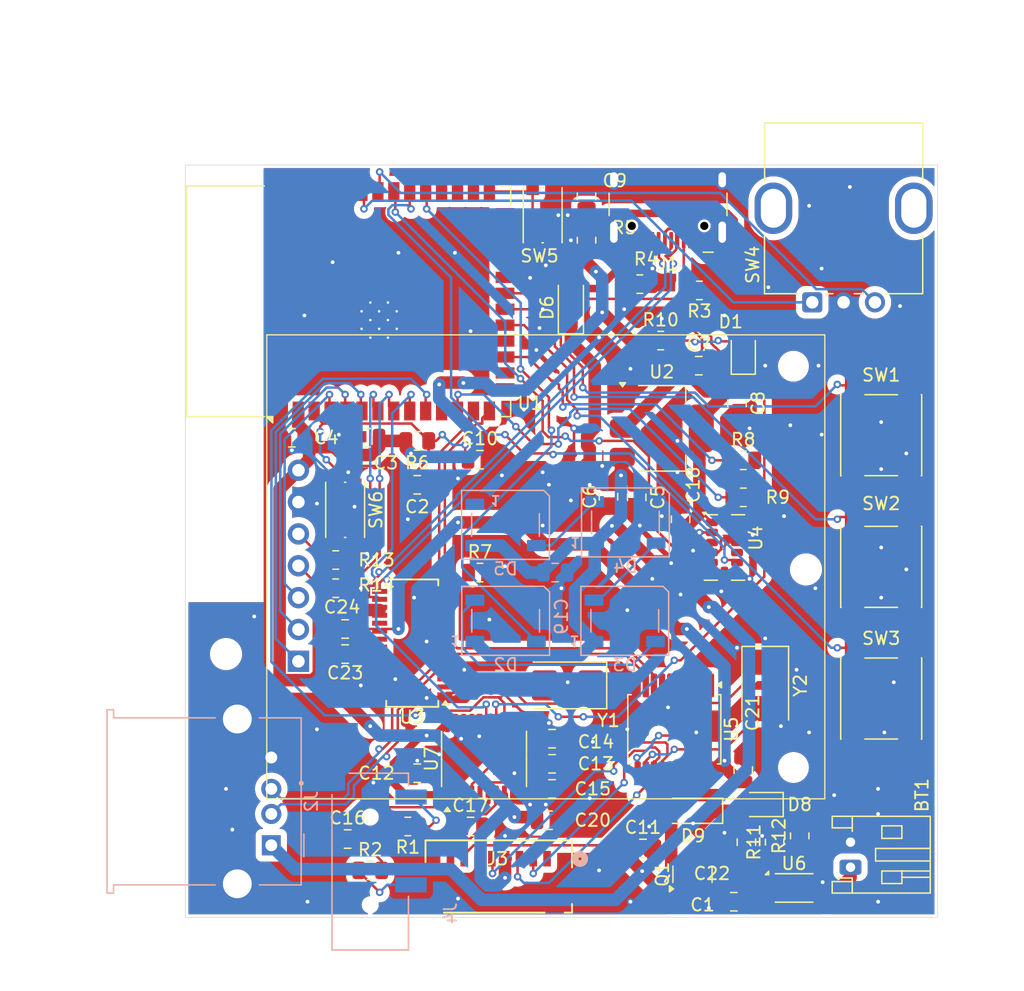
<source format=kicad_pcb>
(kicad_pcb (version 20241229) (generator "pcbnew") (generator_version "9.0")
  (layers (0 "F.Cu" signal) (2 "B.Cu" signal) (13 "F.Paste" user) (15 "B.Paste" user) (5 "F.SilkS" user "F.Silkscreen") (7 "B.SilkS" user "B.Silkscreen") (1 "F.Mask" user) (3 "B.Mask" user) (25 "Edge.Cuts" user))
  (net 0 "")
  (net 5 "Net-(U7-CAPP)")
  (net 12 "Net-(U5-XO)")
  (net 14 "Net-(U5-XI)")
  (net 19 "Net-(U4-SCL{slash}SCLK)")
  (net 20 "Net-(U3-VD33_O)")
  (net 21 "D3P")
  (net 29 "D3N")
  (net 32 "Net-(U3-XIN)")
  (net 33 "Net-(U3-XOUT)")
  (net 36 "ESPDN")
  (net 39 "Net-(U7-CAPM)")
  (net 41 "IO12")
  (net 43 "Net-(U7-LDOO)")
  (net 44 "ESPDP")
  (net 45 "IO13")
  (net 51 "Net-(U7-VNEG)")
  (net 52 "IO10")
  (net 53 "IO11")
  (net 54 "IO6")
  (net 55 "IO5")
  (net 56 "IO4")
  (net 57 "SLK")
  (net 58 "DIN")
  (net 59 "Net-(U6-STAT)")
  (net 60 "Net-(U6-PROG)")
  (net 61 "IO8{slash}SDA")
  (net 62 "Net-(U4-SDA{slash}SDI{slash}SDIO)")
  (net 63 "IO9{slash}SCL")
  (net 64 "Net-(U3-REXT)")
  (net 65 "SDO")
  (net 66 "SCK")
  (net 67 "SDI")
  (net 68 "SCS")
  (net 71 "D4N")
  (net 72 "D4P")
  (net 75 "Net-(J1-CC2)")
  (net 76 "DUP")
  (net 77 "Net-(J1-CC1)")
  (net 78 "DUN")
  (net 79 "DC")
  (net 80 "CS")
  (net 81 "RST")
  (net 82 "Net-(DISPLAY_SSD1351-Pin_5)")
  (net 83 "Net-(DISPLAY_SSD1351-Pin_4)")
  (net 84 "Net-(D8-K)")
  (net 85 "VUSB")
  (net 86 "Net-(D6-A)")
  (net 88 "Net-(D4-DOUT)")
  (net 89 "Net-(D3-DOUT)")
  (net 90 "IO14")
  (net 91 "Net-(D2-DOUT)")
  (net 92 "Net-(D1-A)")
  (net 93 "IO0")
  (net 94 "+5V")
  (net 95 "+3V3")
  (net 96 "CHIP_PU")
  (net 97 "GND")
  (net 98 "VBAT")
  (net 100 "LEFT")
  (net 101 "Net-(U7-OUTL)")
  (net 102 "Net-(U7-OUTR)")
  (net 103 "RIGHT")
  (net 104 "BCK")
  (net 105 "LRCK")
  (net 106 "Net-(J4-Pad4)")
  (net 107 "Net-(J4-Pad2)")
  (net 108 "DIN_Audio")
  (footprint "Connector_USB:USB_C_Receptacle_HCTL_HC-TYPE-C-16P-01A" (layer "F.Cu") (at 204.5 101.25 180)
    (property "Reference" "J1")
    (property "Value" "USB_C_Receptacle_USB2.0_16P" (hide yes))
  )
  (footprint "Capacitor_SMD:C_0805_2012Metric" (layer "F.Cu") (at 195.25 146.75)
    (property "Reference" "C13")
    (property "Value" "1uF" (hide yes))
  )
  (footprint "Capacitor_SMD:C_0805_2012Metric" (layer "F.Cu") (at 184.5 124.5)
    (property "Reference" "C2")
    (property "Value" "1uF" (hide yes))
  )
  (footprint "Capacitor_SMD:C_0805_2012Metric" (layer "F.Cu") (at 205.5 127.25 90)
    (property "Reference" "C18")
    (property "Value" "0.1uF" (hide yes))
  )
  (footprint "Capacitor_SMD:C_0805_2012Metric" (layer "F.Cu") (at 178.75 138)
    (property "Reference" "C23")
    (property "Value" "10uF" (hide yes))
  )
  (footprint "Capacitor_SMD:C_0805_2012Metric" (layer "F.Cu") (at 209.75 157.75 180)
    (property "Reference" "C1")
    (property "Value" "4.7uF" (hide yes))
  )
  (footprint "Button_Switch_SMD:SW_Push_1P1T_NO_CK_KMR2" (layer "F.Cu") (at 178.75 126.5 -90)
    (property "Reference" "SW6")
    (property "Value" "SW_Push" (hide yes))
  )
  (footprint "Capacitor_SMD:C_0805_2012Metric" (layer "F.Cu") (at 202.5 153.5)
    (property "Reference" "C11")
    (property "Value" "10uF" (hide yes))
  )
  (footprint "Capacitor_SMD:C_0805_2012Metric" (layer "F.Cu") (at 189.5 122.5)
    (property "Reference" "C10")
    (property "Value" "0.1uF" (hide yes))
  )
  (footprint "473092651:CONN12_47309-2651_MOL" (layer "F.Cu") (at 191 155.75)
    (property "Reference" "J3")
    (property "Value" "473092651" (hide yes))
  )
  (footprint "Capacitor_SMD:C_0805_2012Metric" (layer "F.Cu") (at 206.95 115)
    (property "Reference" "C7")
    (property "Value" "10uF" (hide yes))
  )
  (footprint "Resistor_SMD:R_0805_2012Metric" (layer "F.Cu") (at 207 109 180)
    (property "Reference" "R3")
    (property "Value" "5.1k" (hide yes))
  )
  (footprint "Rotary_Encoder:RotaryEncoder_Bourns_Vertical_PEC12R-3x17F-Nxxxx" (layer "F.Cu") (at 216 109.95 90)
    (property "Reference" "SW4")
    (property "Value" "RotaryEncoder" (hide yes))
  )
  (footprint "Capacitor_SMD:C_0805_2012Metric" (layer "F.Cu") (at 188.75 151.75)
    (property "Reference" "C17")
    (property "Value" "1uF" (hide yes))
  )
  (footprint "Package_LGA:LGA-14_3x5mm_P0.8mm_LayoutBorder1x6y" (layer "F.Cu") (at 209 129.5)
    (property "Reference" "U4")
    (property "Value" "ADXL343" (hide yes))
  )
  (footprint "Diode_SMD:D_SOD-123F" (layer "F.Cu") (at 196.75 110.25 90)
    (property "Reference" "D6")
    (property "Value" "S-LMBR340FT1G" (hide yes))
  )
  (footprint "Capacitor_SMD:C_0805_2012Metric" (layer "F.Cu") (at 199.75 125.45 -90)
    (property "Reference" "C6")
    (property "Value" "0.1uF" (hide yes))
  )
  (footprint "MountingHole:MountingHole_2.2mm_M2" (layer "F.Cu") (at 169.25 138)
    (property "Reference" "H1" (hide yes))
    (property "Value" "MountingHole" (hide yes))
  )
  (footprint "Resistor_SMD:R_0805_2012Metric" (layer "F.Cu") (at 183.75 151.75 180)
    (property "Reference" "R1")
    (property "Value" "1k" (hide yes))
  )
  (footprint "Resistor_SMD:R_0805_2012Metric" (layer "F.Cu") (at 215 152.5 90)
    (property "Reference" "R12")
    (property "Value" "0.47k" (hide yes))
  )
  (footprint "Capacitor_SMD:C_0805_2012Metric" (layer "F.Cu") (at 198 101.5 90)
    (property "Reference" "C9")
    (property "Value" "0.1uF" (hide yes))
  )
  (footprint "Capacitor_SMD:C_0805_2012Metric" (layer "F.Cu") (at 174.5 120.75 180)
    (property "Reference" "C4")
    (property "Value" "10uF" (hide yes))
  )
  (footprint "Capacitor_SMD:C_0805_2012Metric" (layer "F.Cu") (at 210.75 153 -90)
    (property "Reference" "C22")
    (property "Value" "4.7uF" (hide yes))
  )
  (footprint "Capacitor_SMD:C_0805_2012Metric" (layer "F.Cu") (at 184.5 147.5 180)
    (property "Reference" "C12")
    (property "Value" "1uF" (hide yes))
  )
  (footprint "Capacitor_SMD:C_0805_2012Metric" (layer "F.Cu") (at 195.25 148.75)
    (property "Reference" "C15")
    (property "Value" "1uF" (hide yes))
  )
  (footprint "Resistor_SMD:R_0805_2012Metric" (layer "F.Cu") (at 202.25 108.5 180)
    (property "Reference" "R4")
    (property "Value" "5.1k" (hide yes))
  )
  (footprint "Button_Switch_SMD:SW_Push_1P1T_NO_6x6mm_H9.5mm" (layer "F.Cu") (at 221.5 141.545 90)
    (property "Reference" "SW3")
    (property "Value" "SW_Push" (hide yes))
  )
  (footprint "RF_Module:ESP32-S3-WROOM-1" (layer "F.Cu") (at 179 109.865 90)
    (property "Reference" "U1")
    (property "Value" "ESP32-S3-WROOM-1" (hide yes))
  )
  (footprint "Capacitor_SMD:C_0805_2012Metric" (layer "F.Cu") (at 210 118 -90)
    (property "Reference" "C8")
    (property "Value" "0.1uF" (hide yes))
  )
  (footprint "Crystal:Crystal_SMD_5032-2Pin_5.0x3.2mm" (layer "F.Cu") (at 196.5 140.5 180)
    (property "Reference" "Y1")
    (property "Value" "12MHz" (hide yes))
  )
  (footprint "LED_SMD:LED_0805_2012Metric" (layer "F.Cu") (at 212 150 180)
    (property "Reference" "D8")
    (property "Value" "Orange" (hide yes))
  )
  (footprint "Package_TO_SOT_SMD:SOT-223-3_TabPin2" (layer "F.Cu") (at 204 120)
    (property "Reference" "U2")
    (property "Value" "AMS1117-3.3" (hide yes))
  )
  (footprint "Resistor_SMD:R_0805_2012Metric" (layer "F.Cu") (at 178 130.5)
    (property "Reference" "R13")
    (property "Value" "4.7k" (hide yes))
  )
  (footprint "Resistor_SMD:R_0805_2012Metric" (layer "F.Cu") (at 198 105 90)
    (property "Reference" "R5")
    (property "Value" "10k" (hide yes))
  )
  (footprint "Resistor_SMD:R_0805_2012Metric" (layer "F.Cu") (at 184.5 121)
    (property "Reference" "R6")
    (property "Value" "10k" (hide yes))
  )
  (footprint "Capacitor_SMD:C_0805_2012Metric" (layer "F.Cu") (at 180.5 120.75 180)
    (property "Reference" "C3")
    (property "Value" "0.1uF" (hide yes))
  )
  (footprint "Diode_SMD:D_SOD-123" (layer "F.Cu") (at 206.5 150.5 180)
    (property "Reference" "D9")
    (property "Value" "MBR0540" (hide yes))
  )
  (footprint "Package_DFN_QFN:DFN-8-1EP_3x2mm_P0.5mm_EP1.7x1.4mm" (layer "F.Cu") (at 214.55 156.65)
    (property "Reference" "U6")
    (property "Value" "MCP73831-2-MC" (hide yes))
  )
  (footprint "Resistor_SMD:R_0805_2012Metric" (layer "F.Cu") (at 210.5 125.5)
    (property "Reference" "R9")
    (property "Value" "4.7k" (hide yes))
  )
  (footprint "Resistor_SMD:R_0805_2012Metric" (layer "F.Cu") (at 178 132.75)
    (property "Reference" "R14")
    (property "Value" "4.7k" (hide yes))
  )
  (footprint "Package_SO:TSSOP-20_4.4x6.5mm_P0.65mm" (layer "F.Cu") (at 189.825 146.3625 90)
    (property "Reference" "U7")
    (property "Value" "PCM5102A" (hide yes))
  )
  (footprint "Package_SO:SSOP-28_3.9x9.9mm_P0.635mm" (layer "F.Cu") (at 184.1 137.1275 180)
    (property "Reference" "U3")
    (property "Value" "FE1.1s" (hide yes))
  )
  (footprint "Resistor_SMD:R_0805_2012Metric" (layer "F.Cu") (at 213 153 90)
    (property "Reference" "R11")
    (property "Value" "2k" (hide yes))
  )
  (footprint "Resistor_SMD:R_0805_2012Metric" (layer "F.Cu") (at 210.5 122.55)
    (property "Reference" "R8")
    (property "Value" "4.7k" (hide yes))
  )
  (footprint "Capacitor_SMD:C_0805_2012Metric" (layer "F.Cu") (at 195.25 144.75)
    (property "Reference" "C14")
    (property "Value" "1uF" (hide yes))
  )
  (footprint "Crystal:Crystal_SMD_5032-2Pin_5.0x3.2mm" (layer "F.Cu") (at 212.25 140.5 -90)
    (property "Reference" "Y2")
    (property "Value" "12MHz" (hide yes))
  )
  (footprint "MountingHole:MountingHole_2.2mm_M2" (layer "F.Cu") (at 215.5 131.25)
    (property "Reference" "H2" (hide yes))
    (property "Value" "MountingHole" (hide yes))
  )
  (footprint "Button_Switch_SMD:SW_Push_1P1T_NO_CK_KMR2" (layer "F.Cu") (at 194.5 103 -90)
    (property "Reference" "SW5")
    (property "Value" "SW_Push" (hide yes))
  )
  (footprint "Package_SO:SSOP-20_5.3x7.2mm_P0.65mm" (layer "F.Cu") (at 205 144 -90)
    (property "Reference" "U5")
    (property "Value" "CH376T" (hide yes))
  )
  (footprint "Capacitor_SMD:C_0805_2012Metric" (layer "F.Cu") (at 195 151.25)
    (property "Reference" "C20")
    (property "Value" "0.1uF" (hide yes))
  )
  (footprint "Capacitor_SMD:C_0805_2012Metric" (layer "F.Cu") (at 210.5 147.25 90)
    (property "Reference" "C21")
    (property "Value" "0.1uF" (hide yes))
  )
  (footprint "Resistor_SMD:R_0805_2012Metric" (layer "F.Cu") (at 180.75 155.25)
    (property "Reference" "R2")
    (property "Value" "1k" (hide yes))
  )
  (footprint "Button_Switch_SMD:SW_Push_1P1T_NO_6x6mm_H9.5mm" (layer "F.Cu") (at 221.5 120.545 90)
    (property "Reference" "SW1")
    (property "Value" "SW_Push" (hide yes))
  )
  (footprint "Connector_PinHeader_2.54mm:SSD_1351" (layer "F.Cu") (at 175 123.34)
    (property "Reference" "DISPLAY_SSD1351" (hide yes))
    (property "Value" "Conn_01x07_Socket" (hide yes))
  )
  (footprint "Resistor_SMD:R_0805_2012Metric" (layer "F.Cu") (at 203.9125 113)
    (property "Reference" "R10")
    (property "Value" "1k" (hide yes))
  )
  (footprint "LED_SMD:LED_0805_2012Metric" (layer "F.Cu") (at 210.5 114 90)
    (property "Reference" "D1")
    (property "Value" "PWRLED" (hide yes))
  )
  (footprint "Button_Switch_SMD:SW_Push_1P1T_NO_6x6mm_H9.5mm" (layer "F.Cu") (at 221.5 131.045 90)
    (property "Reference" "SW2")
    (property "Value" "SW_Push" (hide yes))
  )
  (footprint "Package_TO_SOT_SMD:SOT-23" (layer "F.Cu") (at 206.45 155.5625 90)
    (property "Reference" "Q1")
    (property "Value" "AO3401A" (hide yes))
  )
  (footprint "Capacitor_SMD:C_0805_2012Metric" (layer "F.Cu") (at 202 125.5 -90)
    (property "Reference" "C5")
    (property "Value" "10uF" (hide yes))
  )
  (footprint "Capacitor_SMD:C_0805_2012Metric" (layer "F.Cu") (at 178.75 136 180)
    (property "Reference" "C24")
    (property "Value" "0.1uF" (hide yes))
  )
  (footprint "Connector_JST:JST_PH_S2B-PH-K_1x02_P2.00mm_Horizontal" (layer "F.Cu") (at 219.05 155 90)
    (property "Reference" "BT1")
    (property "Value" "Battery" (hide yes))
  )
  (footprint "Capacitor_SMD:C_0805_2012Metric" (layer "F.Cu") (at 178.95 152.75)
    (property "Reference" "C16")
    (property "Value" "1uF" (hide yes))
  )
  (footprint "Resistor_SMD:R_0805_2012Metric" (layer "F.Cu") (at 189.5 131.5)
    (property "Reference" "R7")
    (property "Value" "2.7k" (hide yes))
  )
  (footprint "LED_SMD:LED_WS2812B_PLCC4_5.0x5.0mm_P3.2mm" (layer "B.Cu") (at 201.05 135.35)
    (property "Reference" "D3")
    (property "Value" "WS2812B" (hide yes))
  )
  (footprint "Capacitor_SMD:C_0805_2012Metric" (layer "B.Cu") (at 195.5 131.5)
    (property "Reference" "C19")
    (property "Value" "4.7uF" (hide yes))
  )
  (footprint "LED_SMD:LED_WS2812B_PLCC4_5.0x5.0mm_P3.2mm" (layer "B.Cu") (at 191.55 135.35)
    (property "Reference" "D2")
    (property "Value" "WS2812B" (hide yes))
  )
  (footprint "LED_SMD:LED_WS2812B_PLCC4_5.0x5.0mm_P3.2mm" (layer "B.Cu") (at 201.1 127.5)
    (property "Reference" "D4")
    (property "Value" "WS2812B" (hide yes))
  )
  (footprint "LED_SMD:LED_WS2812B_PLCC4_5.0x5.0mm_P3.2mm" (layer "B.Cu") (at 191.5375 127.7)
    (property "Reference" "D5")
    (property "Value" "WS2812B" (hide yes))
  )
  (footprint "PJ-320D-A:HRO_PJ-320D-A" (layer "B.Cu") (at 180.75 154.5 90)
    (property "Reference" "J4")
    (property "Value" "PJ-320D-A" (hide yes))
  )
  (footprint "Connector_USB:USB_A_Molex_67643_Horizontal" (layer "B.Cu") (at 172.86 153.25 90)
    (property "Reference" "J2")
    (property "Value" "USB_A" (hide yes))
  )
  (gr_rect (start 166 99) (end 226 159) (stroke (width 0.05)) (fill no) (layer "Edge.Cuts"))
  (segment (start 186.562499 147.5) (end 187.55 148.487501) (width 0.2) (layer "F.Cu") (net 5))
  (segment (start 185.45 147.5) (end 186.562499 147.5) (width 0.2) (layer "F.Cu") (net 5))
  (segment (start 187.55 148.487501) (end 187.55 149.225) (width 0.2) (layer "F.Cu") (net 5))
  (segment (start 202.725 146.525) (end 203.25 146) (width 0.2) (layer "F.Cu") (net 12))
  (segment (start 205 145.6) (end 209 145.6) (width 0.2) (layer "F.Cu") (net 12))
  (segment (start 209 145.6) (end 212.25 142.35) (width 0.2) (layer "F.Cu") (net 12))
  (segment (start 202.725 147.5) (end 202.725 146.525) (width 0.2) (layer "F.Cu") (net 12))
  (via (at 203.25 146) (size 0.6) (drill 0.3) (layers "F.Cu" "B.Cu") (net 12))
  (via (at 205 145.6) (size 0.6) (drill 0.3) (layers "F.Cu" "B.Cu") (net 12))
  (segment (start 203.25 146) (end 204.6 146) (width 0.2) (layer "B.Cu") (net 12))
  (segment (start 204.6 146) (end 205 145.6) (width 0.2) (layer "B.Cu") (net 12))
  (segment (start 207.35 141.9) (end 209 141.9) (width 0.2) (layer "F.Cu") (net 14))
  (segment (start 209 141.9) (end 212.25 138.65) (width 0.2) (layer "F.Cu") (net 14))
  (segment (start 202.075 146.391208) (end 202.075 147.5) (width 0.2) (layer "F.Cu") (net 14))
  (segment (start 202.013909 146.330117) (end 202.075 146.391208) (width 0.2) (layer "F.Cu") (net 14))
  (segment (start 202.013909 146.263909) (end 202.013909 146.330117) (width 0.2) (layer "F.Cu") (net 14))
  (segment (start 203.75 144.5) (end 204.75 144.5) (width 0.2) (layer "F.Cu") (net 14))
  (segment (start 204.75 144.5) (end 207.35 141.9) (width 0.2) (layer "F.Cu") (net 14))
  (via (at 202.013909 146.263909) (size 0.6) (drill 0.3) (layers "F.Cu" "B.Cu") (net 14))
  (via (at 203.75 144.5) (size 0.6) (drill 0.3) (layers "F.Cu" "B.Cu") (net 14))
  (segment (start 203.251409 145.214799) (end 203.251409 144.998591) (width 0.2) (layer "B.Cu") (net 14))
  (segment (start 202.013909 146.263909) (end 202.202299 146.263909) (width 0.2) (layer "B.Cu") (net 14))
  (segment (start 203.251409 144.998591) (end 203.75 144.5) (width 0.2) (layer "B.Cu") (net 14))
  (segment (start 202.202299 146.263909) (end 203.251409 145.214799) (width 0.2) (layer "B.Cu") (net 14))
  (segment (start 209.574001 126.451) (end 210.198 126.451) (width 0.2) (layer "F.Cu") (net 19))
  (segment (start 209 127.5) (end 209 127.025001) (width 0.2) (layer "F.Cu") (net 19))
  (segment (start 210.198 126.451) (end 210.649 126) (width 0.2) (layer "F.Cu") (net 19))
  (segment (start 210.649 126) (end 210.649 123.3135) (width 0.2) (layer "F.Cu") (net 19))
  (segment (start 209 127.025001) (end 209.574001 126.451) (width 0.2) (layer "F.Cu") (net 19))
  (segment (start 210.649 123.3135) (end 211.4125 122.55) (width 0.2) (layer "F.Cu") (net 19))
  (segment (start 180.89 136.81) (end 181.5 136.81) (width 0.2) (layer "F.Cu") (net 20))
  (segment (start 179.7 138) (end 180.89 136.81) (width 0.2) (layer "F.Cu") (net 20))
  (segment (start 203.375 140.5) (end 203.226 140.351) (width 0.2) (layer "F.Cu") (net 21))
  (segment (start 187.600001 137.445) (end 186.7 137.445) (width 0.2) (layer "F.Cu") (net 21))
  (segment (start 203.226 140.351) (end 203.226 139.515792) (width 0.2) (layer "F.Cu") (net 21))
  (segment (start 203.226 139.515792) (end 201.247708 137.5375) (width 0.2) (layer "F.Cu") (net 21))
  (segment (start 201.247708 137.5375) (end 187.692501 137.5375) (width 0.2) (layer "F.Cu") (net 21))
  (segment (start 187.692501 137.5375) (end 187.600001 137.445) (width 0.2) (layer "F.Cu") (net 21))
  (segment (start 201.047708 137.9875) (end 187.692501 137.9875) (width 0.2) (layer "F.Cu") (net 29))
  (segment (start 202.725 140.5) (end 202.725 140.486397) (width 0.2) (layer "F.Cu") (net 29))
  (segment (start 202.576 139.515792) (end 201.047708 137.9875) (width 0.2) (layer "F.Cu") (net 29))
  (segment (start 187.600001 138.08) (end 186.7 138.08) (width 0.2) (layer "F.Cu") (net 29))
  (segment (start 202.576 140.337397) (end 202.576 139.515792) (width 0.2) (layer "F.Cu") (net 29))
  (segment (start 187.692501 137.9875) (end 187.600001 138.08) (width 0.2) (layer "F.Cu") (net 29))
  (segment (start 202.725 140.486397) (end 202.576 140.337397) (width 0.2) (layer "F.Cu") (net 29))
  (segment (start 194.135 139.985) (end 186.7 139.985) (width 0.2) (layer "F.Cu") (net 32))
  (segment (start 194.65 140.5) (end 194.135 139.985) (width 0.2) (layer "F.Cu") (net 32))
  (segment (start 198.35 140.5) (end 196.899 141.951) (width 0.2) (layer "F.Cu") (net 33))
  (segment (start 191.87 140.62) (end 186.7 140.62) (width 0.2) (layer "F.Cu") (net 33))
  (segment (start 193.201 141.951) (end 191.87 140.62) (width 0.2) (layer "F.Cu") (net 33))
  (segment (start 196.899 141.951) (end 193.201 141.951) (width 0.2) (layer "F.Cu") (net 33))
  (segment (start 186.25 121.978603) (end 188.98 119.248603) (width 0.2) (layer "F.Cu") (net 36))
  (segment (start 186.25 131.511632) (end 186.25 121.978603) (width 0.2) (layer "F.Cu") (net 36))
  (segment (start 188.98 119.248603) (end 188.98 118.615) (width 0.2) (layer "F.Cu") (net 36))
  (segment (start 185.39902 132.362612) (end 186.25 131.511632) (width 0.2) (layer "F.Cu") (net 36))
  (segment (start 186.516 135.356) (end 185.847632 135.356) (width 0.2) (layer "F.Cu") (net 36))
  (segment (start 186.7 135.54) (end 186.516 135.356) (width 0.2) (layer "F.Cu") (net 36))
  (segment (start 185.39902 134.907388) (end 185.39902 132.362612) (width 0.2) (layer "F.Cu") (net 36))
  (segment (start 185.847632 135.356) (end 185.39902 134.907388) (width 0.2) (layer "F.Cu") (net 36))
  (segment (start 194.3 146.75) (end 190.5 146.75) (width 0.2) (layer "F.Cu") (net 39))
  (segment (start 190.5 146.75) (end 188.85 148.4) (width 0.2) (layer "F.Cu") (net 39))
  (segment (start 188.85 148.4) (end 188.85 149.225) (width 0.2) (layer "F.Cu") (net 39))
  (segment (start 182.75 101.235) (end 182.63 101.115) (width 0.2) (layer "F.Cu") (net 41))
  (segment (start 182.75 102.75) (end 182.75 101.235) (width 0.2) (layer "F.Cu") (net 41))
  (segment (start 194.5 120.228232) (end 194.5 117.805636) (width 0.2) (layer "F.Cu") (net 41))
  (segment (start 196.220954 120.699) (end 194.970768 120.699) (width 0.2) (layer "F.Cu") (net 41))
  (segment (start 194.5 117.805636) (end 192.729201 116.034837) (width 0.2) (layer "F.Cu") (net 41))
  (segment (start 209.320256 132.226) (end 207.679744 132.226) (width 0.2) (layer "F.Cu") (net 41))
  (segment (start 194.970768 120.699) (end 194.5 120.228232) (width 0.2) (layer "F.Cu") (net 41))
  (segment (start 202.976 122.242702) (end 201.733298 121) (width 0.2) (layer "F.Cu") (net 41))
  (segment (start 201.733298 121) (end 199 121) (width 0.2) (layer "F.Cu") (net 41))
  (segment (start 210 131.5) (end 210 131.546256) (width 0.2) (layer "F.Cu") (net 41))
  (segment (start 207.679744 132.226) (end 202.976 127.522256) (width 0.2) (layer "F.Cu") (net 41))
  (segment (start 202.976 127.522256) (end 202.976 122.242702) (width 0.2) (layer "F.Cu") (net 41))
  (segment (start 210 131.546256) (end 209.320256 132.226) (width 0.2) (layer "F.Cu") (net 41))
  (segment (start 196.3 120.619954) (end 196.220954 120.699) (width 0.2) (layer "F.Cu") (net 41))
  (via (at 182.75 102.75) (size 0.6) (drill 0.3) (layers "F.Cu" "B.Cu") (net 41))
  (via (at 196.3 120.619954) (size 0.6) (drill 0.3) (layers "F.Cu" "B.Cu") (net 41))
  (via (at 199 121) (size 0.6) (drill 0.3) (layers "F.Cu" "B.Cu") (net 41))
  (via (at 192.729201 116.034837) (size 0.6) (drill 0.3) (layers "F.Cu" "B.Cu") (net 41))
  (segment (start 196.3 120.619954) (end 196.369954 120.619954) (width 0.2) (layer "B.Cu") (net 41))
  (segment (start 191.513909 111.513909) (end 182.75 102.75) (width 0.2) (layer "B.Cu") (net 41))
  (segment (start 191.513909 114.819545) (end 191.513909 111.513909) (width 0.2) (layer "B.Cu") (net 41))
  (segment (start 196.75 121) (end 199 121) (width 0.2) (layer "B.Cu") (net 41))
  (segment (start 196.369954 120.619954) (end 196.75 121) (width 0.2) (layer "B.Cu") (net 41))
  (segment (start 192.729201 116.034837) (end 191.513909 114.819545) (width 0.2) (layer "B.Cu") (net 41))
  (segment (start 189.36334 145.25) (end 193.8 145.25) (width 0.2) (layer "F.Cu") (net 43))
  (segment (start 188.2 144.08666) (end 189.36334 145.25) (width 0.2) (layer "F.Cu") (net 43))
  (segment (start 193.8 145.25) (end 194.3 144.75) (width 0.2) (layer "F.Cu") (net 43))
  (segment (start 188.2 143.5) (end 188.2 144.08666) (width 0.2) (layer "F.Cu") (net 43))
  (segment (start 185.849 132.549) (end 186.7 132.549) (width 0.2) (layer "F.Cu") (net 44))
  (segment (start 186.7 134.721) (end 185.849 134.721) (width 0.2) (layer "F.Cu") (net 44))
  (segment (start 189.681 119.616) (end 189.681 119.184) (width 0.2) (layer "F.Cu") (net 44))
  (segment (start 186.7 134.905) (end 186.7 134.721) (width 0.2) (layer "F.Cu") (net 44))
  (segment (start 186.7 132.549) (end 186.7 122.165) (width 0.2) (layer "F.Cu") (net 44))
  (segment (start 189.681 119.184) (end 190.25 118.615) (width 0.2) (layer "F.Cu") (net 44))
  (segment (start 189.249 119.616) (end 189.681 119.616) (width 0.2) (layer "F.Cu") (net 44))
  (segment (start 185.849 134.721) (end 185.849 132.549) (width 0.2) (layer "F.Cu") (net 44))
  (segment (start 186.7 122.165) (end 189.249 119.616) (width 0.2) (layer "F.Cu") (net 44))
  (segment (start 183.9 102.4) (end 184 102.5) (width 0.2) (layer "F.Cu") (net 45))
  (segment (start 193 122) (end 191.5 120.5) (width 0.2) (layer "F.Cu") (net 45))
  (segment (start 195.335029 122.085029) (end 195.25 122) (width 0.2) (layer "F.Cu") (net 45))
  (segment (start 209 130.5) (end 209.8 130.5) (width 0.2) (layer "F.Cu") (net 45))
  (segment (start 209.8 130.5) (end 210 130.7) (width 0.2) (layer "F.Cu") (net 45))
  (segment (start 195.25 122) (end 193 122) (width 0.2) (layer "F.Cu") (net 45))
  (segment (start 183.9 101.115) (end 183.9 102.4) (width 0.2) (layer "F.Cu") (net 45))
  (via (at 184 102.5) (size 0.6) (drill 0.3) (layers "F.Cu" "B.Cu") (net 45))
  (via (at 209 130.5) (size 0.6) (drill 0.3) (layers "F.Cu" "B.Cu") (net 45))
  (via (at 195.335029 122.085029) (size 0.6) (drill 0.3) (layers "F.Cu" "B.Cu") (net 45))
  (via (at 191.5 120.5) (size 0.6) (drill 0.3) (layers "F.Cu" "B.Cu") (net 45))
  (segment (start 182.521768 102.199) (end 182.199 102.521768) (width 0.2) (layer "B.Cu") (net 45))
  (segment (start 190.170768 120.5) (end 191.5 120.5) (width 0.2) (layer "B.Cu") (net 45))
  (segment (start 195.335029 122.085029) (end 195.420058 122) (width 0.2) (layer "B.Cu") (net 45))
  (segment (start 209 129.533121) (end 209 130.5) (width 0.2) (layer "B.Cu") (net 45))
  (segment (start 195.420058 122) (end 201.466879 122) (width 0.2) (layer "B.Cu") (net 45))
  (segment (start 184 102.5) (end 183.699 102.199) (width 0.2) (layer "B.Cu") (net 45))
  (segment (start 187.199 107.978232) (end 187.199 117.528232) (width 0.2) (layer "B.Cu") (net 45))
  (segment (start 182.199 102.521768) (end 182.199 102.978232) (width 0.2) (layer "B.Cu") (net 45))
  (segment (start 201.466879 122) (end 209 129.533121) (width 0.2) (layer "B.Cu") (net 45))
  (segment (start 182.199 102.978232) (end 187.199 107.978232) (width 0.2) (layer "B.Cu") (net 45))
  (segment (start 187.199 117.528232) (end 190.170768 120.5) (width 0.2) (layer "B.Cu") (net 45))
  (segment (start 183.699 102.199) (end 182.521768 102.199) (width 0.2) (layer "B.Cu") (net 45))
  (segment (start 193.7865 148.2365) (end 189.751001 148.2365) (width 0.2) (layer "F.Cu") (net 51))
  (segment (start 189.5 148.487501) (end 189.5 149.225) (width 0.2) (layer "F.Cu") (net 51))
  (segment (start 194.3 148.75) (end 193.7865 148.2365) (width 0.2) (layer "F.Cu") (net 51))
  (segment (start 189.751001 148.2365) (end 189.5 148.487501) (width 0.2) (layer "F.Cu") (net 51))
  (segment (start 180.25 101.275) (end 180.09 101.115) (width 0.2) (layer "F.Cu") (net 52))
  (segment (start 180.25 102.5) (end 180.25 101.275) (width 0.2) (layer "F.Cu") (net 52))
  (via (at 180.25 102.5) (size 0.6) (drill 0.3) (layers "F.Cu" "B.Cu") (net 52))
  (segment (start 180.902 101.848) (end 180.25 102.5) (width 0.2) (layer "B.Cu") (net 52))
  (segment (start 209.7 109.95) (end 201.598 101.848) (width 0.2) (layer "B.Cu") (net 52))
  (segment (start 201.598 101.848) (end 180.902 101.848) (width 0.2) (layer "B.Cu") (net 52))
  (segment (start 216 109.95) (end 209.7 109.95) (width 0.2) (layer "B.Cu") (net 52))
  (segment (start 181.5 100.975) (end 181.36 101.115) (width 0.2) (layer "F.Cu") (net 53))
  (segment (start 181.5 99.55) (end 181.5 100.975) (width 0.2) (layer "F.Cu") (net 53))
  (via (at 181.5 99.55) (size 0.6) (drill 0.3) (layers "F.Cu" "B.Cu") (net 53))
  (segment (start 183.176 101.226) (end 208.649712 101.226) (width 0.2) (layer "B.Cu") (net 53))
  (segment (start 208.649712 101.226) (end 216.322712 108.899) (width 0.2) (layer "B.Cu") (net 53))
  (segment (start 181.5 99.55) (end 183.176 101.226) (width 0.2) (layer "B.Cu") (net 53))
  (segment (start 219.949 108.899) (end 221 109.95) (width 0.2) (layer "B.Cu") (net 53))
  (segment (start 216.322712 108.899) (end 219.949 108.899) (width 0.2) (layer "B.Cu") (net 53))
  (segment (start 191.5 111.77) (end 193.02 111.77) (width 0.2) (layer "F.Cu") (net 54))
  (segment (start 196.449 115.199) (end 196.449 117.728232) (width 0.2) (layer "F.Cu") (net 54))
  (segment (start 197.25 118.529232) (end 197.25 119) (width 0.2) (layer "F.Cu") (net 54))
  (segment (start 193.02 111.77) (end 196.449 115.199) (width 0.2) (layer "F.Cu") (net 54))
  (segment (start 219.25 137.57) (end 219.25 145.52) (width 0.2) (layer "F.Cu") (net 54))
  (segment (start 196.449 117.728232) (end 197.25 118.529232) (width 0.2) (layer "F.Cu") (net 54))
  (segment (start 219.18 137.5) (end 219.25 137.57) (width 0.2) (layer "F.Cu") (net 54))
  (segment (start 197.25 118.660104) (end 197.25 119) (width 0.2) (layer "F.Cu") (net 54))
  (segment (start 218 137.5) (end 219.18 137.5) (width 0.2) (layer "F.Cu") (net 54))
  (via (at 218 137.5) (size 0.6) (drill 0.3) (layers "F.Cu" "B.Cu") (net 54))
  (via (at 197.25 119) (size 0.6) (drill 0.3) (layers "F.Cu" "B.Cu") (net 54))
  (segment (start 217.5 137.5) (end 218 137.5) (width 0.2) (layer "B.Cu") (net 54))
  (segment (start 199 119) (end 217.5 137.5) (width 0.2) (layer "B.Cu") (net 54))
  (segment (start 197.25 119) (end 199 119) (width 0.2) (layer "B.Cu") (net 54))
  (segment (start 197 115) (end 197 117.5) (width 0.2) (layer "F.Cu") (net 55))
  (segment (start 195.470768 112.25) (end 195.470768 113.470768) (width 0.2) (layer "F.Cu") (net 55))
  (segment (start 219.25 135.02) (end 219.25 127.07) (width 0.2) (layer "F.Cu") (net 55))
  (segment (start 218.18 127.07) (end 218 127.25) (width 0.2) (layer "F.Cu") (net 55))
  (segment (start 193.720768 110.5) (end 195.470768 112.25) (width 0.2) (layer "F.Cu") (net 55))
  (segment (start 191.5 110.5) (end 193.720768 110.5) (width 0.2) (layer "F.Cu") (net 55))
  (segment (start 219.25 127.07) (end 218.18 127.07) (width 0.2) (layer "F.Cu") (net 55))
  (segment (start 195.470768 113.470768) (end 197 115) (width 0.2) (layer "F.Cu") (net 55))
  (via (at 218 127.25) (size 0.6) (drill 0.3) (layers "F.Cu" "B.Cu") (net 55))
  (via (at 197 117.5) (size 0.6) (drill 0.3) (layers "F.Cu" "B.Cu") (net 55))
  (segment (start 206.5 117.5) (end 197 117.5) (width 0.2) (layer "B.Cu") (net 55))
  (segment (start 218 127.25) (end 216.25 127.25) (width 0.2) (layer "B.Cu") (net 55))
  (segment (start 216.25 127.25) (end 206.5 117.5) (width 0.2) (layer "B.Cu") (net 55))
  (segment (start 194.48 109.23) (end 195.949 110.699) (width 0.2) (layer "F.Cu") (net 56))
  (segment (start 197.7 115.13) (end 197.7 116.75) (width 0.2) (layer "F.Cu") (net 56))
  (segment (start 195.949 110.699) (end 195.949 113.379) (width 0.2) (layer "F.Cu") (net 56))
  (segment (start 219.25 116.57) (end 219.25 124.52) (width 0.2) (layer "F.Cu") (net 56))
  (segment (start 195.949 113.379) (end 197.7 115.13) (width 0.2) (layer "F.Cu") (net 56))
  (segment (start 219.25 116.57) (end 218.07 116.57) (width 0.2) (layer "F.Cu") (net 56))
  (segment (start 218.07 116.57) (end 218 116.5) (width 0.2) (layer "F.Cu") (net 56))
  (segment (start 191.5 109.23) (end 194.48 109.23) (width 0.2) (layer "F.Cu") (net 56))
  (via (at 197.7 116.75) (size 0.6) (drill 0.3) (layers "F.Cu" "B.Cu") (net 56))
  (via (at 218 116.5) (size 0.6) (drill 0.3) (layers "F.Cu" "B.Cu") (net 56))
  (segment (start 206.645388 117.149) (end 198.099 117.149) (width 0.2) (layer "B.Cu") (net 56))
  (segment (start 218 116.5) (end 216.25 118.25) (width 0.2) (layer "B.Cu") (net 56))
  (segment (start 216.25 118.25) (end 207.746388 118.25) (width 0.2) (layer "B.Cu") (net 56))
  (segment (start 198.099 117.149) (end 197.7 116.75) (width 0.2) (layer "B.Cu") (net 56))
  (segment (start 207.746388 118.25) (end 206.645388 117.149) (width 0.2) (layer "B.Cu") (net 56))
  (segment (start 182.25 118.235) (end 182.63 118.615) (width 0.2) (layer "F.Cu") (net 57))
  (segment (start 181.500003 130.162497) (end 181.500003 124) (width 0.2) (layer "F.Cu") (net 57))
  (segment (start 178.9125 132.75) (end 181.500003 130.162497) (width 0.2) (layer "F.Cu") (net 57))
  (segment (start 182.25 117.3) (end 182.25 118.235) (width 0.2) (layer "F.Cu") (net 57))
  (via (at 182.25 117.3) (size 0.6) (drill 0.3) (layers "F.Cu" "B.Cu") (net 57))
  (via (at 181.500003 124) (size 0.6) (drill 0.3) (layers "F.Cu" "B.Cu") (net 57))
  (segment (start 181.500003 124) (end 181.500003 118.049997) (width 0.2) (layer "B.Cu") (net 57))
  (segment (start 181.500003 118.049997) (end 182.25 117.3) (width 0.2) (layer "B.Cu") (net 57))
  (segment (start 178.9125 130.5) (end 180.7125 128.7) (width 0.2) (layer "F.Cu") (net 58))
  (segment (start 180.7125 128.7) (end 180.7125 127.2125) (width 0.2) (layer "F.Cu") (net 58))
  (segment (start 180.75 127.175) (end 180.75 124) (width 0.2) (layer "F.Cu") (net 58))
  (segment (start 181 118.255) (end 181.36 118.615) (width 0.2) (layer "F.Cu") (net 58))
  (segment (start 180.7125 127.2125) (end 180.75 127.175) (width 0.2) (layer "F.Cu") (net 58))
  (segment (start 181 117.3) (end 181 118.255) (width 0.2) (layer "F.Cu") (net 58))
  (via (at 180.75 124) (size 0.6) (drill 0.3) (layers "F.Cu" "B.Cu") (net 58))
  (via (at 181 117.3) (size 0.6) (drill 0.3) (layers "F.Cu" "B.Cu") (net 58))
  (segment (start 180.75 117.55) (end 181 117.3) (width 0.2) (layer "B.Cu") (net 58))
  (segment (start 180.75 124) (end 180.75 117.55) (width 0.2) (layer "B.Cu") (net 58))
  (segment (start 217.5 155.9125) (end 217.5 156.299999) (width 0.2) (layer "F.Cu") (net 59))
  (segment (start 217.5 156.299999) (end 216.399999 157.4) (width 0.2) (layer "F.Cu") (net 59))
  (segment (start 215 153.4125) (end 217.5 155.9125) (width 0.2) (layer "F.Cu") (net 59))
  (segment (start 216.399999 157.4) (end 216 157.4) (width 0.2) (layer "F.Cu") (net 59))
  (segment (start 216 155.9) (end 213.7625 153.6625) (width 0.2) (layer "F.Cu") (net 60))
  (segment (start 213.7625 153.6625) (end 213 153.6625) (width 0.2) (layer "F.Cu") (net 60))
  (segment (start 193.75 121.25) (end 195.75 121.25) (width 0.2) (layer "F.Cu") (net 61))
  (segment (start 192.359287 119.859287) (end 193.75 121.25) (width 0.2) (layer "F.Cu") (net 61))
  (segment (start 187.71 118.615) (end 187.71 117.34) (width 0.2) (layer "F.Cu") (net 61))
  (segment (start 208.5 125.5) (end 209.5875 125.5) (width 0.2) (layer "F.Cu") (net 61))
  (segment (start 187.71 117.34) (end 187.75 117.3) (width 0.2) (layer "F.Cu") (net 61))
  (via (at 187.75 117.3) (size 0.6) (drill 0.3) (layers "F.Cu" "B.Cu") (net 61))
  (via (at 195.75 121.25) (size 0.6) (drill 0.3) (layers "F.Cu" "B.Cu") (net 61))
  (via (at 192.359287 119.859287) (size 0.6) (drill 0.3) (layers "F.Cu" "B.Cu") (net 61))
  (via (at 208.5 125.5) (size 0.6) (drill 0.3) (layers "F.Cu" "B.Cu") (net 61))
  (segment (start 201.449 118.449) (end 208.5 125.5) (width 0.2) (layer "B.Cu") (net 61))
  (segment (start 196.699 118.771768) (end 197.021768 118.449) (width 0.2) (layer "B.Cu") (net 61))
  (segment (start 195.75 121.25) (end 195.75 120) (width 0.2) (layer "B.Cu") (net 61))
  (segment (start 189.8 117.3) (end 192.359287 119.859287) (width 0.2) (layer "B.Cu") (net 61))
  (segment (start 197.021768 118.449) (end 201.449 118.449) (width 0.2) (layer "B.Cu") (net 61))
  (segment (start 187.75 117.3) (end 189.8 117.3) (width 0.2) (layer "B.Cu") (net 61))
  (segment (start 195.75 120) (end 196.699 119.051) (width 0.2) (layer "B.Cu") (net 61))
  (segment (start 196.699 119.051) (end 196.699 118.771768) (width 0.2) (layer "B.Cu") (net 61))
  (segment (start 210 127.5) (end 211.4125 126.0875) (width 0.2) (layer "F.Cu") (net 62))
  (segment (start 211.4125 126.0875) (end 211.4125 125.5) (width 0.2) (layer "F.Cu") (net 62))
  (segment (start 195.801 116.801) (end 195.801 116.521768) (width 0.2) (layer "F.Cu") (net 63))
  (segment (start 195.478232 116.199) (end 195.199 116.199) (width 0.2) (layer "F.Cu") (net 63))
  (segment (start 196.110621 118.299957) (end 196.110621 117.886242) (width 0.2) (layer "F.Cu") (net 63))
  (segment (start 209.5875 122.55) (end 208 122.55) (width 0.2) (layer "F.Cu") (net 63))
  (segment (start 195.199 116.199) (end 193.31 114.31) (width 0.2) (layer "F.Cu") (net 63))
  (segment (start 196.110621 117.886242) (end 196.098 117.87362) (width 0.2) (layer "F.Cu") (net 63))
  (segment (start 195.801 116.521768) (end 195.478232 116.199) (width 0.2) (layer "F.Cu") (net 63))
  (segment (start 193.31 114.31) (end 191.5 114.31) (width 0.2) (layer "F.Cu") (net 63))
  (segment (start 196.098 117.87362) (end 196.098 117.098) (width 0.2) (layer "F.Cu") (net 63))
  (segment (start 196.098 117.098) (end 195.801 116.801) (width 0.2) (layer "F.Cu") (net 63))
  (via (at 196.110621 118.299957) (size 0.6) (drill 0.3) (layers "F.Cu" "B.Cu") (net 63))
  (via (at 208 122.55) (size 0.6) (drill 0.3) (layers "F.Cu" "B.Cu") (net 63))
  (segment (start 196.110621 118.299957) (end 196.330289 118.080289) (width 0.2) (layer "B.Cu") (net 63))
  (segment (start 196.330289 118.080289) (end 203.530289 118.080289) (width 0.2) (layer "B.Cu") (net 63))
  (segment (start 203.530289 118.080289) (end 208 122.55) (width 0.2) (layer "B.Cu") (net 63))
  (segment (start 187.0875 133) (end 188.5875 131.5) (width 0.2) (layer "F.Cu") (net 64))
  (segment (start 186.7 133) (end 187.0875 133) (width 0.2) (layer "F.Cu") (net 64))
  (segment (start 188.99861 153.25) (end 199.470768 153.25) (width 0.2) (layer "F.Cu") (net 65))
  (segment (start 203.779232 149.5) (end 204.274999 149.5) (width 0.2) (layer "F.Cu") (net 65))
  (segment (start 203.271768 149.449) (end 203.728232 149.449) (width 0.2) (layer "F.Cu") (net 65))
  (segment (start 188.25001 154.3161) (end 188.25001 153.9986) (width 0.2) (layer "F.Cu") (net 65))
  (segment (start 203.728232 149.449) (end 203.779232 149.5) (width 0.2) (layer "F.Cu") (net 65))
  (segment (start 205.325 148.449999) (end 205.325 147.5) (width 0.2) (layer "F.Cu") (net 65))
  (segment (start 199.470768 153.25) (end 203.271768 149.449) (width 0.2) (layer "F.Cu") (net 65))
  (segment (start 188.25001 153.9986) (end 188.99861 153.25) (width 0.2) (layer "F.Cu") (net 65))
  (segment (start 204.274999 149.5) (end 205.325 148.449999) (width 0.2) (layer "F.Cu") (net 65))
  (segment (start 201.951198 145.051) (end 200.163461 146.838737) (width 0.2) (layer "F.Cu") (net 66))
  (segment (start 204.025 147.5) (end 204.025 146.550001) (width 0.2) (layer "F.Cu") (net 66))
  (segment (start 200.163461 146.838737) (end 200.163461 147.336539) (width 0.2) (layer "F.Cu") (net 66))
  (segment (start 204.301 145.051) (end 201.951198 145.051) (width 0.2) (layer "F.Cu") (net 66))
  (segment (start 190.5 154.366087) (end 190.450013 154.3161) (width 0.2) (layer "F.Cu") (net 66))
  (segment (start 204.449 146.126001) (end 204.449 145.199) (width 0.2) (layer "F.Cu") (net 66))
  (segment (start 204.025 146.550001) (end 204.449 146.126001) (width 0.2) (layer "F.Cu") (net 66))
  (segment (start 190.5 155.5) (end 190.5 154.366087) (width 0.2) (layer "F.Cu") (net 66))
  (segment (start 204.449 145.199) (end 204.301 145.051) (width 0.2) (layer "F.Cu") (net 66))
  (via (at 190.5 155.5) (size 0.6) (drill 0.3) (layers "F.Cu" "B.Cu") (net 66))
  (via (at 200.163461 147.336539) (size 0.6) (drill 0.3) (layers "F.Cu" "B.Cu") (net 66))
  (segment (start 198.663461 147.336539) (end 190.5 155.5) (width 0.2) (layer "B.Cu") (net 66))
  (segment (start 200.163461 147.336539) (end 198.663461 147.336539) (width 0.2) (layer "B.Cu") (net 66))
  (segment (start 192.5 155.75) (end 192.5 154.46611) (width 0.2) (layer "F.Cu") (net 67))
  (segment (start 204.423999 148.701) (end 204.675 148.449999) (width 0.2) (layer "F.Cu") (net 67))
  (segment (start 202.549 148.701) (end 204.423999 148.701) (width 0.2) (layer "F.Cu") (net 67))
  (segment (start 202 149.25) (end 202.549 148.701) (width 0.2) (layer "F.Cu") (net 67))
  (segment (start 204.675 148.449999) (end 204.675 147.5) (width 0.2) (layer "F.Cu") (net 67))
  (segment (start 192.5 154.46611) (end 192.65001 154.3161) (width 0.2) (layer "F.Cu") (net 67))
  (via (at 202 149.25) (size 0.6) (drill 0.3) (layers "F.Cu" "B.Cu") (net 67))
  (via (at 192.5 155.75) (size 0.6) (drill 0.3) (layers "F.Cu" "B.Cu") (net 67))
  (segment (start 195 156.25) (end 193 156.25) (width 0.2) (layer "B.Cu") (net 67))
  (segment (start 202 149.25) (end 195 156.25) (width 0.2) (layer "B.Cu") (net 67))
  (segment (start 193 156.25) (end 192.5 155.75) (width 0.2) (layer "B.Cu") (net 67))
  (segment (start 202.757859 145.712909) (end 203.021768 145.449) (width 0.2) (layer "F.Cu") (net 68))
  (segment (start 203.375 146.550001) (end 203.375 147.5) (width 0.2) (layer "F.Cu") (net 68))
  (segment (start 203.801 145.771768) (end 203.801 146.238792) (width 0.2) (layer "F.Cu") (net 68))
  (segment (start 203.021768 145.449) (end 203.478232 145.449) (width 0.2) (layer "F.Cu") (net 68))
  (segment (start 203.478232 145.449) (end 203.801 145.771768) (width 0.2) (layer "F.Cu") (net 68))
  (segment (start 203.801 146.238792) (end 203.375 146.664792) (width 0.2) (layer "F.Cu") (net 68))
  (segment (start 203.375 146.664792) (end 203.375 147.5) (width 0.2) (layer "F.Cu") (net 68))
  (segment (start 201 148.25) (end 201 146.498586) (width 0.2) (layer "F.Cu") (net 68))
  (segment (start 193.75001 155.49999) (end 193.75 155.5) (width 0.2) (layer "F.Cu") (net 68))
  (segment (start 201 146.498586) (end 201.785677 145.712909) (width 0.2) (layer "F.Cu") (net 68))
  (segment (start 201.785677 145.712909) (end 202.757859 145.712909) (width 0.2) (layer "F.Cu") (net 68))
  (segment (start 193.75001 154.3161) (end 193.75001 155.49999) (width 0.2) (layer "F.Cu") (net 68))
  (via (at 193.75 155.5) (size 0.6) (drill 0.3) (layers "F.Cu" "B.Cu") (net 68))
  (via (at 201 148.25) (size 0.6) (drill 0.3) (layers "F.Cu" "B.Cu") (net 68))
  (segment (start 193.75 155.5) (end 201 148.25) (width 0.2) (layer "B.Cu") (net 68))
  (segment (start 182.050521 145.892678) (end 182.949 144.994199) (width 0.2) (layer "F.Cu") (net 71))
  (segment (start 186.7 139.534) (end 186.7 139.35) (width 0.2) (layer "F.Cu") (net 71))
  (segment (start 182.949 144.994199) (end 182.949 142.459693) (width 0.2) (layer "F.Cu") (net 71))
  (segment (start 182.050521 146.175521) (end 182.050521 145.892678) (width 0.2) (layer "F.Cu") (net 71))
  (segment (start 185.874693 139.534) (end 186.7 139.534) (width 0.2) (layer "F.Cu") (net 71))
  (segment (start 182.949 142.459693) (end 185.874693 139.534) (width 0.2) (layer "F.Cu") (net 71))
  (via (at 182.050521 146.175521) (size 0.6) (drill 0.3) (layers "F.Cu" "B.Cu") (net 71))
  (segment (start 178.813367 149.975001) (end 179.45098 149.337388) (width 0.2) (layer "B.Cu") (net 71))
  (segment (start 181.767678 146.175521) (end 182.050521 146.175521) (width 0.2) (layer "B.Cu") (net 71))
  (segment (start 179.45098 149.337388) (end 179.45098 148.492219) (width 0.2) (layer "B.Cu") (net 71))
  (segment (start 179.45098 148.492219) (end 181.767678 146.175521) (width 0.2) (layer "B.Cu") (net 71))
  (segment (start 172.86 150.75) (end 173.634999 149.975001) (width 0.2) (layer "B.Cu") (net 71))
  (segment (start 173.634999 149.975001) (end 178.813367 149.975001) (width 0.2) (layer "B.Cu") (net 71))
  (segment (start 182.49902 142.273305) (end 185.873325 138.899) (width 0.2) (layer "F.Cu") (net 72))
  (segment (start 181.449479 145.574479) (end 181.732322 145.574479) (width 0.2) (layer "F.Cu") (net 72))
  (segment (start 181.732322 145.574479) (end 182.49902 144.807781) (width 0.2) (layer "F.Cu") (net 72))
  (segment (start 182.49902 144.807781) (end 182.49902 142.273305) (width 0.2) (layer "F.Cu") (net 72))
  (segment (start 186.516 138.899) (end 186.7 138.715) (width 0.2) (layer "F.Cu") (net 72))
  (segment (start 185.873325 138.899) (end 186.516 138.899) (width 0.2) (layer "F.Cu") (net 72))
  (via (at 181.449479 145.574479) (size 0.6) (drill 0.3) (layers "F.Cu" "B.Cu") (net 72))
  (segment (start 173.634999 149.524999) (end 178.627001 149.524999) (width 0.2) (layer "B.Cu") (net 72))
  (segment (start 179.001 149.151) (end 179.001 148.305801) (width 0.2) (layer "B.Cu") (net 72))
  (segment (start 178.627001 149.524999) (end 179.001 149.151) (width 0.2) (layer "B.Cu") (net 72))
  (segment (start 179.001 148.305801) (end 181.449479 145.857322) (width 0.2) (layer "B.Cu") (net 72))
  (segment (start 172.86 148.75) (end 173.634999 149.524999) (width 0.2) (layer "B.Cu") (net 72))
  (segment (start 181.449479 145.857322) (end 181.449479 145.574479) (width 0.2) (layer "B.Cu") (net 72))
  (segment (start 202.75 106.6375) (end 202.75 104.995) (width 0.2) (layer "F.Cu") (net 75))
  (segment (start 201.3375 108.05) (end 202.75 106.6375) (width 0.2) (layer "F.Cu") (net 75))
  (segment (start 201.3375 108.75) (end 201.3375 108.05) (width 0.2) (layer "F.Cu") (net 75))
  (segment (start 203.775 106.357255) (end 203.775 105.995001) (width 0.2) (layer "F.Cu") (net 76))
  (segment (start 181.05 132.549) (end 181.05 132.131801) (width 0.2) (layer "F.Cu") (net 76))
  (segment (start 180.649 132.549) (end 181.05 132.549) (width 0.2) (layer "F.Cu") (net 76))
  (segment (start 181.449479 131.732322) (end 181.449479 131.449479) (width 0.2) (layer "F.Cu") (net 76))
  (segment (start 203.75 105.970001) (end 203.75 104.995) (width 0.2) (layer "F.Cu") (net 76))
  (segment (start 204.498999 105.896) (end 204.75 105.644999) (width 0.2) (layer "F.Cu") (net 76))
  (segment (start 204.75 105.644999) (end 204.75 104.995) (width 0.2) (layer "F.Cu") (net 76))
  (segment (start 181.316 133.451) (end 180.649 133.451) (width 0.2) (layer "F.Cu") (net 76))
  (segment (start 203.75 105.644999) (end 204.001001 105.896) (width 0.2) (layer "F.Cu") (net 76))
  (segment (start 204.075142 106.657397) (end 203.775 106.357255) (width 0.2) (layer "F.Cu") (net 76))
  (segment (start 181.05 132.131801) (end 181.449479 131.732322) (width 0.2) (layer "F.Cu") (net 76))
  (segment (start 203.775 105.995001) (end 203.75 105.970001) (width 0.2) (layer "F.Cu") (net 76))
  (segment (start 204.075142 106.871) (end 204.075142 106.657397) (width 0.2) (layer "F.Cu") (net 76))
  (segment (start 181.5 133.635) (end 181.316 133.451) (width 0.2) (layer "F.Cu") (net 76))
  (segment (start 180.649 133.451) (end 180.649 132.549) (width 0.2) (layer "F.Cu") (net 76))
  (segment (start 203.75 104.995) (end 203.75 105.644999) (width 0.2) (layer "F.Cu") (net 76))
  (segment (start 204.001001 105.896) (end 204.498999 105.896) (width 0.2) (layer "F.Cu") (net 76))
  (via (at 181.449479 131.449479) (size 0.6) (drill 0.3) (layers "F.Cu" "B.Cu") (net 76))
  (via (at 204.075142 106.871) (size 0.6) (drill 0.3) (layers "F.Cu" "B.Cu") (net 76))
  (segment (start 181.449479 131.449479) (end 181.732322 131.449479) (width 0.2) (layer "B.Cu") (net 76))
  (segment (start 181.732322 131.449479) (end 187.63652 125.545281) (width 0.2) (layer "B.Cu") (net 76))
  (segment (start 204.275141 107.070999) (end 204.075142 106.871) (width 0.2) (layer "B.Cu") (net 76))
  (segment (start 187.63652 125.545281) (end 187.63652 125.359872) (width 0.2) (layer "B.Cu") (net 76))
  (segment (start 204.275141 108.721251) (end 204.275141 107.070999) (width 0.2) (layer "B.Cu") (net 76))
  (segment (start 187.63652 125.359872) (end 204.275141 108.721251) (width 0.2) (layer "B.Cu") (net 76))
  (segment (start 205.75 108.6625) (end 205.75 104.995) (width 0.2) (layer "F.Cu") (net 77))
  (segment (start 206.0875 109) (end 205.75 108.6625) (width 0.2) (layer "F.Cu") (net 77))
  (segment (start 204.25 104.381888) (end 204.25 104.995) (width 0.2) (layer "F.Cu") (net 78))
  (segment (start 204.644387 106.247) (end 205.151 105.740387) (width 0.2) (layer "F.Cu") (net 78))
  (segment (start 204.25 104.345001) (end 204.501001 104.094) (width 0.2) (layer "F.Cu") (net 78))
  (segment (start 181.5 133) (end 181.5 132.318199) (width 0.2) (layer "F.Cu") (net 78))
  (segment (start 204.998999 104.094) (end 205.25 104.345001) (width 0.2) (layer "F.Cu") (net 78))
  (segment (start 204.301142 106.247) (end 204.644387 106.247) (width 0.2) (layer "F.Cu") (net 78))
  (segment (start 205.151 104.282888) (end 204.962112 104.094) (width 0.2) (layer "F.Cu") (net 78))
  (segment (start 181.767678 132.050521) (end 182.050521 132.050521) (width 0.2) (layer "F.Cu") (net 78))
  (segment (start 205.151 105.740387) (end 205.151 104.282888) (width 0.2) (layer "F.Cu") (net 78))
  (segment (start 204.925142 106.871) (end 204.301142 106.247) (width 0.2) (layer "F.Cu") (net 78))
  (segment (start 204.962112 104.094) (end 204.537888 104.094) (width 0.2) (layer "F.Cu") (net 78))
  (segment (start 204.537888 104.094) (end 204.25 104.381888) (width 0.2) (layer "F.Cu") (net 78))
  (segment (start 181.5 132.318199) (end 181.767678 132.050521) (width 0.2) (layer "F.Cu") (net 78))
  (segment (start 204.501001 104.094) (end 204.998999 104.094) (width 0.2) (layer "F.Cu") (net 78))
  (segment (start 205.25 104.345001) (end 205.25 104.995) (width 0.2) (layer "F.Cu") (net 78))
  (segment (start 204.25 104.995) (end 204.25 104.345001) (width 0.2) (layer "F.Cu") (net 78))
  (via (at 204.925142 106.871) (size 0.6) (drill 0.3) (layers "F.Cu" "B.Cu") (net 78))
  (via (at 182.050521 132.050521) (size 0.6) (drill 0.3) (layers "F.Cu" "B.Cu") (net 78))
  (segment (start 182.050521 131.767678) (end 188.0865 125.731699) (width 0.2) (layer "B.Cu") (net 78))
  (segment (start 204.725143 107.070999) (end 204.925142 106.871) (width 0.2) (layer "B.Cu") (net 78))
  (segment (start 188.0865 125.54626) (end 204.725143 108.907617) (width 0.2) (layer "B.Cu") (net 78))
  (segment (start 204.725143 108.907617) (end 204.725143 107.070999) (width 0.2) (layer "B.Cu") (net 78))
  (segment (start 182.050521 132.050521) (end 182.050521 131.767678) (width 0.2) (layer "B.Cu") (net 78))
  (segment (start 188.0865 125.731699) (end 188.0865 125.54626) (width 0.2) (layer "B.Cu") (net 78))
  (segment (start 178.75 117.3) (end 178.75 118.545) (width 0.2) (layer "F.Cu") (net 79))
  (segment (start 178.75 118.545) (end 178.82 118.615) (width 0.2) (layer "F.Cu") (net 79))
  (via (at 178.75 117.3) (size 0.6) (drill 0.3) (layers "F.Cu" "B.Cu") (net 79))
  (segment (start 178.199 116.749) (end 178.75 117.3) (width 0.2) (layer "B.Cu") (net 79))
  (segment (start 177.271768 116.749) (end 178.199 116.749) (width 0.2) (layer "B.Cu") (net 79))
  (segment (start 175.025 136.04) (end 173.573 134.588) (width 0.2) (layer "B.Cu") (net 79))
  (segment (start 173.573 120.447768) (end 177.271768 116.749) (width 0.2) (layer "B.Cu") (net 79))
  (segment (start 173.573 134.588) (end 173.573 120.447768) (width 0.2) (layer "B.Cu") (net 79))
  (segment (start 177.5 117.3) (end 177.5 118.565) (width 0.2) (layer "F.Cu") (net 80))
  (segment (start 177.5 118.565) (end 177.55 118.615) (width 0.2) (layer "F.Cu") (net 80))
  (via (at 177.5 117.3) (size 0.6) (drill 0.3) (layers "F.Cu" "B.Cu") (net 80))
  (segment (start 175.025 133.5) (end 173.924 132.399) (width 0.2) (layer "B.Cu") (net 80))
  (segment (start 173.924 132.399) (end 173.924 120.876) (width 0.2) (layer "B.Cu") (net 80))
  (segment (start 173.924 120.876) (end 177.5 117.3) (width 0.2) (layer "B.Cu") (net 80))
  (segment (start 180 117.3) (end 180 118.525) (width 0.2) (layer "F.Cu") (net 81))
  (segment (start 180 118.525) (end 180.09 118.615) (width 0.2) (layer "F.Cu") (net 81))
  (via (at 180 117.3) (size 0.6) (drill 0.3) (layers "F.Cu" "B.Cu") (net 81))
  (segment (start 175.025 138.58) (end 173.222 136.777) (width 0.2) (layer "B.Cu") (net 81))
  (segment (start 173.222 120.302379) (end 177.12638 116.398) (width 0.2) (layer "B.Cu") (net 81))
  (segment (start 173.222 136.777) (end 173.222 120.302379) (width 0.2) (layer "B.Cu") (net 81))
  (segment (start 177.12638 116.398) (end 179.098 116.398) (width 0.2) (layer "B.Cu") (net 81))
  (segment (start 179.098 116.398) (end 180 117.3) (width 0.2) (layer "B.Cu") (net 81))
  (segment (start 177.0875 130.4825) (end 177.0875 130.5) (width 0.2) (layer "F.Cu") (net 82))
  (segment (start 175.025 128.42) (end 177.0875 130.4825) (width 0.2) (layer "F.Cu") (net 82))
  (segment (start 176.815 132.75) (end 177.0875 132.75) (width 0.2) (layer "F.Cu") (net 83))
  (segment (start 175.025 130.96) (end 176.815 132.75) (width 0.2) (layer "F.Cu") (net 83))
  (segment (start 213.4125 150) (end 215 151.5875) (width 1) (layer "F.Cu") (net 84))
  (segment (start 212.9375 150) (end 213.4125 150) (width 1) (layer "F.Cu") (net 84))
  (segment (start 198.25 122.594918) (end 198.25 121.594918) (width 1) (layer "F.Cu") (net 85))
  (segment (start 198.25 120.344918) (end 198.651 119.943918) (width 1) (layer "F.Cu") (net 85))
  (segment (start 198.049 121.393918) (end 198.049 120.606082) (width 1) (layer "F.Cu") (net 85))
  (segment (start 198.651 115.018926) (end 196.75 113.117926) (width 1) (layer "F.Cu") (net 85))
  (segment (start 204.75 150.6) (end 204.75 155.75) (width 1) (layer "F.Cu") (net 85))
  (segment (start 181.675 136) (end 181.5 136.175) (width 0.2) (layer "F.Cu") (net 85))
  (segment (start 179.7 136) (end 181.325 136) (width 0.2) (layer "F.Cu") (net 85))
  (segment (start 205.25 136) (end 206 136) (width 1) (layer "F.Cu") (net 85))
  (segment (start 198.5 129.25) (end 205.25 136) (width 1) (layer "F.Cu") (net 85))
  (segment (start 206.1 149.25) (end 204.85 150.5) (width 1) (layer "F.Cu") (net 85))
  (segment (start 198.25 120.405082) (end 198.25 120.344918) (width 1) (layer "F.Cu") (net 85))
  (segment (start 204.75 155.75) (end 205.5 156.5) (width 1) (layer "F.Cu") (net 85))
  (segment (start 209 146.5) (end 209 147) (width 1) (layer "F.Cu") (net 85))
  (segment (start 198.651 119.943918) (end 198.651 115.018926) (width 1) (layer "F.Cu") (net 85))
  (segment (start 198.25 121.594918) (end 198.049 121.393918) (width 1) (layer "F.Cu") (net 85))
  (segment (start 181.325 136) (end 181.5 136.175) (width 0.2) (layer "F.Cu") (net 85))
  (segment (start 209 146.5) (end 208.925 146.5) (width 1) (layer "F.Cu") (net 85))
  (segment (start 183 136) (end 181.675 136) (width 0.2) (layer "F.Cu") (net 85))
  (segment (start 198.049 120.606082) (end 198.25 120.405082) (width 1) (layer "F.Cu") (net 85))
  (segment (start 196.75 113.117926) (end 196.75 111.65) (width 1) (layer "F.Cu") (net 85))
  (segment (start 208.925 146.5) (end 208.176 147.249) (width 1) (layer "F.Cu") (net 85))
  (segment (start 193.297459 127.547459) (end 198.25 122.594918) (width 1) (layer "F.Cu") (net 85))
  (segment (start 194.655082 129.25) (end 198.5 129.25) (width 1) (layer "F.Cu") (net 85))
  (segment (start 208.176 147.249) (end 208.176 147.5) (width 1) (layer "F.Cu") (net 85))
  (segment (start 193.25 127.844918) (end 194.655082 129.25) (width 1) (layer "F.Cu") (net 85))
  (segment (start 208.75 149.25) (end 206.1 149.25) (width 1) (layer "F.Cu") (net 85))
  (segment (start 210 148) (end 208.75 149.25) (width 1) (layer "F.Cu") (net 85))
  (segment (start 209 147) (end 210 148) (width 1) (layer "F.Cu") (net 85))
  (segment (start 187.75 127.5) (end 193.25 127.5) (width 1) (layer "F.Cu") (net 85))
  (segment (start 204.85 150.5) (end 204.75 150.6) (width 1) (layer "F.Cu") (net 85))
  (segment (start 193.25 127.5) (end 193.25 127.844918) (width 1) (layer "F.Cu") (net 85))
  (segment (start 193.25 127.5) (end 193.297459 127.547459) (width 1) (layer "F.Cu") (net 85))
  (via (at 209 146.5) (size 0.6) (drill 0.3) (layers "F.Cu" "B.Cu") (net 85))
  (via (at 183 136) (size 0.6) (drill 0.3) (layers "F.Cu" "B.Cu") (net 85))
  (via (at 206 136) (size 0.6) (drill 0.3) (layers "F.Cu" "B.Cu") (net 85))
  (via (at 187.75 127.5) (size 0.6) (drill 0.3) (layers "F.Cu" "B.Cu") (net 85))
  (segment (start 183 132.25) (end 183 136) (width 1) (layer "B.Cu") (net 85))
  (segment (start 209 139) (end 209 146.5) (width 1) (layer "B.Cu") (net 85))
  (segment (start 206 136) (end 209 139) (width 1) (layer "B.Cu") (net 85))
  (segment (start 183 132.25) (end 187.75 127.5) (width 1) (layer "B.Cu") (net 85))
  (segment (start 202.1 105.6991) (end 198.9491 108.85) (width 0.6) (layer "F.Cu") (net 86))
  (segment (start 209.771 103.411083) (end 209.771 105.298917) (width 0.6) (layer "F.Cu") (net 86))
  (segment (start 199.229 103.411083) (end 199.786083 102.854) (width 0.6) (layer "F.Cu") (net 86))
  (segment (start 209.213917 102.854) (end 209.771 103.411083) (width 0.6) (layer "F.Cu") (net 86))
  (segment (start 208.973917 106.096) (end 207.2969 106.096) (width 0.6) (layer "F.Cu") (net 86))
  (segment (start 202.1 105.6991) (end 201.7031 106.096) (width 0.6) (layer "F.Cu") (net 86))
  (segment (start 209.771 105.298917) (end 208.973917 106.096) (width 0.6) (layer "F.Cu") (net 86))
  (segment (start 202.1 104.995) (end 202.1 105.6991) (width 0.6) (layer "F.Cu") (net 86))
  (segment (start 199.229 105.298917) (end 199.229 103.411083) (width 0.6) (layer "F.Cu") (net 86))
  (segment (start 198.9491 108.85) (end 196.75 108.85) (width 0.6) (layer "F.Cu") (net 86))
  (segment (start 206.9 105.6991) (end 206.9 104.995) (width 0.6) (layer "F.Cu") (net 86))
  (segment (start 207.2969 106.096) (end 206.9 105.6991) (width 0.6) (layer "F.Cu") (net 86))
  (segment (start 199.786083 102.854) (end 209.213917 102.854) (width 0.6) (layer "F.Cu") (net 86))
  (segment (start 200.026083 106.096) (end 199.229 105.298917) (width 0.6) (layer "F.Cu") (net 86))
  (segment (start 201.7031 106.096) (end 200.026083 106.096) (width 0.6) (layer "F.Cu") (net 86))
  (segment (start 193.9875 129.35) (end 195.15 129.35) (width 0.2) (layer "B.Cu") (net 88))
  (segment (start 195.15 129.35) (end 198.65 125.85) (width 0.2) (layer "B.Cu") (net 88))
  (segment (start 203.55 129.15) (end 199 133.7) (width 0.2) (layer "B.Cu") (net 89))
  (segment (start 199 133.7) (end 198.6 133.7) (width 0.2) (layer "B.Cu") (net 89))
  (segment (start 195 119.949) (end 195.2 120.149) (width 0.2) (layer "F.Cu") (net 90))
  (segment (start 192.736091 115.263909) (end 195 117.527818) (width 0.2) (layer "F.Cu") (net 90))
  (segment (start 185.25 101.195) (end 185.17 101.115) (width 0.2) (layer "F.Cu") (net 90))
  (segment (start 195 117.527818) (end 195 119.949) (width 0.2) (layer "F.Cu") (net 90))
  (segment (start 185.25 102.5) (end 185.25 101.195) (width 0.2) (layer "F.Cu") (net 90))
  (via (at 195.2 120.149) (size 0.6) (drill 0.3) (layers "F.Cu" "B.Cu") (net 90))
  (via (at 185.25 102.5) (size 0.6) (drill 0.3) (layers "F.Cu" "B.Cu") (net 90))
  (via (at 192.736091 115.263909) (size 0.6) (drill 0.3) (layers "F.Cu" "B.Cu") (net 90))
  (segment (start 192.75 115.25) (end 192.75 110) (width 0.2) (layer "B.Cu") (net 90))
  (segment (start 194 137) (end 188.0865 131.0865) (width 0.2) (layer "B.Cu") (net 90))
  (segment (start 195.199 121.44324) (end 195.199 120.15) (width 0.2) (layer "B.Cu") (net 90))
  (segment (start 195.199 120.15) (end 195.2 120.149) (width 0.2) (layer "B.Cu") (net 90))
  (segment (start 188.0865 131.0865) (end 188.0865 128.55574) (width 0.2) (layer "B.Cu") (net 90))
  (segment (start 192.736091 115.263909) (end 192.75 115.25) (width 0.2) (layer "B.Cu") (net 90))
  (segment (start 188.0865 128.55574) (end 195.199 121.44324) (width 0.2) (layer "B.Cu") (net 90))
  (segment (start 192.75 110) (end 185.25 102.5) (width 0.2) (layer "B.Cu") (net 90))
  (segment (start 188.099 134.701) (end 189.1 133.7) (width 0.2) (layer "B.Cu") (net 91))
  (segment (start 201.648 138.852) (end 189.44726 138.852) (width 0.2) (layer "B.Cu") (net 91))
  (segment (start 203.5 137) (end 201.648 138.852) (width 0.2) (layer "B.Cu") (net 91))
  (segment (start 188.099 137.50374) (end 188.099 134.701) (width 0.2) (layer "B.Cu") (net 91))
  (segment (start 189.44726 138.852) (end 188.099 137.50374) (width 0.2) (layer "B.Cu") (net 91))
  (segment (start 204.825 113) (end 206.56263 113) (width 0.2) (layer "F.Cu") (net 92))
  (segment (start 206.56263 113) (end 206.656315 113.093685) (width 0.2) (layer "F.Cu") (net 92))
  (segment (start 208.5625 113.0625) (end 210.5 113.0625) (width 0.2) (layer "F.Cu") (net 92))
  (segment (start 208.5 113) (end 208.5625 113.0625) (width 0.2) (layer "F.Cu") (net 92))
  (via (at 208.5 113) (size 0.6) (drill 0.3) (layers "F.Cu" "B.Cu") (net 92))
  (via (at 206.656315 113.093685) (size 0.6) (drill 0.3) (layers "F.Cu" "B.Cu") (net 92))
  (segment (start 206.656315 113.093685) (end 208.406315 113.093685) (width 0.2) (layer "B.Cu") (net 92))
  (segment (start 208.406315 113.093685) (end 208.5 113) (width 0.2) (layer "B.Cu") (net 92))
  (segment (start 198 104.0875) (end 198 102.45) (width 0.2) (layer "F.Cu") (net 93))
  (segment (start 193.7 100.95) (end 193.7 105.05) (width 0.2) (layer "F.Cu") (net 93))
  (segment (start 190.25 101.115) (end 193.535 101.115) (width 0.2) (layer "F.Cu") (net 93))
  (segment (start 194.6625 104.0875) (end 198 104.0875) (width 0.2) (layer "F.Cu") (net 93))
  (segment (start 193.535 101.115) (end 193.7 100.95) (width 0.2) (layer "F.Cu") (net 93))
  (segment (start 193.7 105.05) (end 194.6625 104.0875) (width 0.2) (layer "F.Cu") (net 93))
  (segment (start 201.55 153.5) (end 201.55 154.424442) (width 1) (layer "F.Cu") (net 94))
  (segment (start 206.5 151.706134) (end 210.693866 155.9) (width 1) (layer "F.Cu") (net 94))
  (segment (start 207.75 134.155082) (end 207.75 134.25) (width 1) (layer "F.Cu") (net 94))
  (segment (start 208.15 150.5) (end 210.5625 150.5) (width 1) (layer "F.Cu") (net 94))
  (segment (start 210.693866 155.9) (end 213.049 155.9) (width 1) (layer "F.Cu") (net 94))
  (segment (start 206.0115 157.8885) (end 207.4 156.5) (width 1) (layer "F.Cu") (net 94))
  (segment (start 205.893918 132.299) (end 207.75 134.155082) (width 1) (layer "F.Cu") (net 94))
  (segment (start 209.2 150.5) (end 210.75 152.05) (width 1) (layer "F.Cu") (net 94))
  (segment (start 208.15 150.5) (end 209.2 150.5) (width 1) (layer "F.Cu") (net 94))
  (segment (start 207.15 151.5) (end 208.15 150.5) (width 1) (layer "F.Cu") (net 94))
  (segment (start 200.025 127.775) (end 200.369918 127.775) (width 1) (layer "F.Cu") (net 94))
  (segment (start 205.014058 157.8885) (end 206.0115 157.8885) (width 1) (layer "F.Cu") (net 94))
  (segment (start 200.75 123.75) (end 200.75 122.4) (width 1) (layer "F.Cu") (net 94))
  (segment (start 202.437779 155.312221) (end 205.014058 157.8885) (width 1) (layer "F.Cu") (net 94))
  (segment (start 200.85 123.4) (end 202 124.55) (width 1) (layer "F.Cu") (net 94))
  (segment (start 200.85 123.4) (end 199.75 124.5) (width 1) (layer "F.Cu") (net 94))
  (segment (start 200.75 122.4) (end 200.85 122.3) (width 1) (layer "F.Cu") (net 94))
  (segment (start 200.85 122.3) (end 200.85 123.4) (width 1) (layer "F.Cu") (net 94))
  (segment (start 201.55 154.424442) (end 202.437779 155.312221) (width 1) (layer "F.Cu") (net 94))
  (segment (start 206.5 151.5) (end 207.15 151.5) (width 1) (layer "F.Cu") (net 94))
  (segment (start 200.369918 127.775) (end 204.893918 132.299) (width 1) (layer "F.Cu") (net 94))
  (segment (start 210.5625 150.5) (end 211.0625 150) (width 1) (layer "F.Cu") (net 94))
  (segment (start 204.893918 132.299) (end 205.893918 132.299) (width 1) (layer "F.Cu") (net 94))
  (segment (start 206.5 151.5) (end 206.5 151.706134) (width 1) (layer "F.Cu") (net 94))
  (via (at 207.75 134.25) (size 0.6) (drill 0.3) (layers "F.Cu" "B.Cu") (net 94))
  (via (at 206.5 151.5) (size 0.6) (drill 0.3) (layers "F.Cu" "B.Cu") (net 94))
  (via (at 200.025 127.775) (size 0.6) (drill 0.3) (layers "F.Cu" "B.Cu") (net 94))
  (via (at 202.437779 155.312221) (size 0.6) (drill 0.3) (layers "F.Cu" "B.Cu") (net 94))
  (via (at 200.75 123.75) (size 0.6) (drill 0.3) (layers "F.Cu" "B.Cu") (net 94))
  (segment (start 190.201 138.101) (end 197.499 138.101) (width 1) (layer "B.Cu") (net 94))
  (segment (start 198.65 129.15) (end 200.025 127.775) (width 1) (layer "B.Cu") (net 94))
  (segment (start 197.080134 132.876) (end 198.65 131.306134) (width 1) (layer "B.Cu") (net 94))
  (segment (start 200.303082 157.602) (end 206.405082 151.5) (width 1) (layer "B.Cu") (net 94))
  (segment (start 174.759 155.149) (end 187.176322 155.149) (width 1) (layer "B.Cu") (net 94))
  (segment (start 187.176322 155.149) (end 189.629322 157.602) (width 1) (layer "B.Cu") (net 94))
  (segment (start 210.951 147.049) (end 206.5 151.5) (width 1) (layer "B.Cu") (net 94))
  (segment (start 198.65 131.306134) (end 198.65 129.15) (width 1) (layer "B.Cu") (net 94))
  (segment (start 210.951 137.106082) (end 210.951 147.049) (width 1) (layer "B.Cu") (net 94))
  (segment (start 193.344918 131.5) (end 194.55 131.5) (width 1) (layer "B.Cu") (net 94))
  (segment (start 196.793866 129.15) (end 198.65 129.15) (width 1) (layer "B.Cu") (net 94))
  (segment (start 172.86 153.25) (end 174.759 155.149) (width 1) (layer "B.Cu") (net 94))
  (segment (start 206.405082 151.5) (end 206.5 151.5) (width 1) (layer "B.Cu") (net 94))
  (segment (start 198.6 137) (end 197.080134 135.480134) (width 1) (layer "B.Cu") (net 94))
  (segment (start 207.75 134.25) (end 208.094918 134.25) (width 1) (layer "B.Cu") (net 94))
  (segment (start 194.55 131.393866) (end 196.793866 129.15) (width 1) (layer "B.Cu") (net 94))
  (segment (start 189.629322 157.602) (end 200.303082 157.602) (width 1) (layer "B.Cu") (net 94))
  (segment (start 197.080134 135.480134) (end 197.080134 132.876) (width 1) (layer "B.Cu") (net 94))
  (segment (start 194.55 131.5) (end 194.55 131.393866) (width 1) (layer "B.Cu") (net 94))
  (segment (start 200.025 127.775) (end 200.75 127.05) (width 1) (layer "B.Cu") (net 94))
  (segment (start 191.194918 129.35) (end 193.344918 131.5) (width 1) (layer "B.Cu") (net 94))
  (segment (start 208.094918 134.25) (end 210.951 137.106082) (width 1) (layer "B.Cu") (net 94))
  (segment (start 200.75 127.05) (end 200.75 123.75) (width 1) (layer "B.Cu") (net 94))
  (segment (start 189.0875 129.35) (end 191.194918 129.35) (width 1) (layer "B.Cu") (net 94))
  (segment (start 197.499 138.101) (end 198.6 137) (width 1) (layer "B.Cu") (net 94))
  (segment (start 189.1 137) (end 190.201 138.101) (width 1) (layer "B.Cu") (net 94))
  (segment (start 175.01 119.74) (end 175.01 118.615) (width 1) (layer "F.Cu") (net 95))
  (segment (start 191.45 149.225) (end 191.45 150.2) (width 0.6) (layer "F.Cu") (net 95))
  (segment (start 206 115.5) (end 207.55 117.05) (width 1) (layer "F.Cu") (net 95))
  (segment (start 209.275 117.05) (end 207.15 119.175) (width 1) (layer "F.Cu") (net 95))
  (segment (start 208 131.5) (end 209 131.5) (width 0.2) (layer "F.Cu") (net 95))
  (segment (start 176.649 139.649) (end 180.75 143.75) (width 1) (layer "F.Cu") (net 95))
  (segment (start 176.649 139.601) (end 176.649 135.144866) (width 1) (layer "F.Cu") (net 95))
  (segment (start 206.4 129.1) (end 205.5 128.2) (width 0.2) (layer "F.Cu") (net 95))
  (segment (start 206 115) (end 206 115.5) (width 1) (layer "F.Cu") (net 95))
  (segment (start 188.177688 116.38277) (end 188.143918 116.349) (width 1) (layer "F.Cu") (net 95))
  (segment (start 175.025 123.34) (end 173.524 124.841) (width 1) (layer "F.Cu") (net 95))
  (segment (start 182.599 146.727708) (end 184.826708 144.5) (width 0.6) (layer "F.Cu") (net 95))
  (segment (start 180.799 122.126) (end 181.45 121.475) (width 1) (layer "F.Cu") (net 95))
  (segment (start 188.143918 116.349) (end 186.401 116.349) (width 1) (layer "F.Cu") (net 95))
  (segment (start 207.525001 129.1) (end 207.274 129.351001) (width 0.2) (layer "F.Cu") (net 95))
  (segment (start 210 117.05) (end 209.275 117.05) (width 1) (layer "F.Cu") (net 95))
  (segment (start 183.5875 121) (end 183.5875 121.5875) (width 1) (layer "F.Cu") (net 95))
  (segment (start 182.599 148.272292) (end 182.599 146.727708) (width 0.6) (layer "F.Cu") (net 95))
  (segment (start 186.401 116.349) (end 186.25 116.5) (width 1) (layer "F.Cu") (net 95))
  (segment (start 173.524 140.081) (end 176.169 140.081) (width 1) (layer "F.Cu") (net 95))
  (segment (start 207.306134 126.806134) (end 207 126.806134) (width 0.2) (layer "F.Cu") (net 95))
  (segment (start 173.524 124.841) (end 173.524 140.081) (width 1) (layer "F.Cu") (net 95))
  (segment (start 175.875 122.49) (end 175.875 121.5) (width 1) (layer "F.Cu") (net 95))
  (segment (start 204.3 115) (end 206 115) (width 1) (layer "F.Cu") (net 95))
  (segment (start 200.85 120) (end 201 120) (width 1) (layer "F.Cu") (net 95))
  (segment (start 207 126.806134) (end 205.606134 128.2) (width 1) (layer "F.Cu") (net 95))
  (segment (start 193.8 151) (end 194.05 151.25) (width 1) (layer "F.Cu") (net 95))
  (segment (start 176.169 140.081) (end 176.649 139.601) (width 1) (layer "F.Cu") (net 95))
  (segment (start 183.5875 121.5875) (end 184 122) (width 1) (layer "F.Cu") (net 95))
  (segment (start 207.274 131.020256) (end 207.753744 131.5) (width 0.2) (layer "F.Cu") (net 95))
  (segment (start 207.753744 131.5) (end 208 131.5) (width 0.2) (layer "F.Cu") (net 95))
  (segment (start 176.649 139.601) (end 176.649 139.649) (width 1) (layer "F.Cu") (net 95))
  (segment (start 175.875 120.605) (end 175.01 119.74) (width 1) (layer "F.Cu") (net 95))
  (segment (start 183.551708 149.225) (end 182.599 148.272292) (width 0.6) (layer "F.Cu") (net 95))
  (segment (start 175.875 121.5) (end 177.905082 121.5) (width 1) (layer "F.Cu") (net 95))
  (segment (start 178.531082 122.126) (end 180.799 122.126) (width 1) (layer "F.Cu") (net 95))
  (segment (start 185.25 144.5) (end 185.9 144.5) (width 0.6) (layer "F.Cu") (net 95))
  (segment (start 191.45 150.2) (end 192.25 151) (width 0.6) (layer "F.Cu") (net 95))
  (segment (start 185.9 144.5) (end 186.9 143.5) (width 0.6) (layer "F.Cu") (net 95))
  (segment (start 175.025 123.34) (end 175.875 122.49) (width 1) (layer "F.Cu") (net 95))
  (segment (start 208 129.1) (end 206.4 129.1) (width 0.2) (layer "F.Cu") (net 95))
  (segment (start 177.905082 121.5) (end 178.531082 122.126) (width 1) (layer "F.Cu") (net 95))
  (segment (start 207.55 117.05) (end 210 117.05) (width 1) (layer "F.Cu") (net 95))
  (segment (start 176.649 135.144866) (end 177.307866 134.486) (width 1) (layer "F.Cu") (net 95))
  (segment (start 175.875 121.5) (end 175.875 120.605) (width 1) (layer "F.Cu") (net 95))
  (segment (start 183.5875 121) (end 181.7 121) (width 1) (layer "F.Cu") (net 95))
  (segment (start 208 129.1) (end 207.525001 129.1) (width 0.2) (layer "F.Cu") (net 95))
  (segment (start 207.15 119.175) (end 207.15 120) (width 1) (layer "F.Cu") (net 95))
  (segment (start 203 113) (end 203 113.7) (width 1) (layer "F.Cu") (net 95))
  (segment (start 205.606134 128.2) (end 205.5 128.2) (width 1) (layer "F.Cu") (net 95))
  (segment (start 186.9 149.225) (end 183.551708 149.225) (width 0.6) (layer "F.Cu") (net 95))
  (segment (start 184.826708 144.5) (end 185.25 144.5) (width 0.6) (layer "F.Cu") (net 95))
  (segment (start 203 113.7) (end 204.3 115) (width 1) (layer "F.Cu") (net 95))
  (segment (start 208 127.5) (end 207.306134 126.806134) (width 0.2) (layer "F.Cu") (net 95))
  (segment (start 192.25 151) (end 193.8 151) (width 1) (layer "F.Cu") (net 95))
  (segment (start 201.5 113) (end 199.25 110.75) (width 1) (layer "F.Cu") (net 95))
  (segment (start 207.274 129.351001) (end 207.274 131.020256) (width 0.2) (layer "F.Cu") (net 95))
  (segment (start 181.45 121.475) (end 181.45 120.75) (width 1) (layer "F.Cu") (net 95))
  (segment (start 207 120.15) (end 207 126.806134) (width 1) (layer "F.Cu") (net 95))
  (segment (start 207.15 120) (end 207 120.15) (width 1) (layer "F.Cu") (net 95))
  (segment (start 201 120) (end 206 115) (width 1) (layer "F.Cu") (net 95))
  (segment (start 191.5 154.366113) (end 191.550013 154.3161) (width 1) (layer "F.Cu") (net 95))
  (segment (start 181.7 121) (end 181.45 120.75) (width 1) (layer "F.Cu") (net 95))
  (segment (start 198 106.75) (end 198.75 107.5) (width 1) (layer "F.Cu") (net 95))
  (segment (start 203 113) (end 201.5 113) (width 1) (layer "F.Cu") (net 95))
  (segment (start 198 105.9125) (end 198 106.75) (width 1) (layer "F.Cu") (net 95))
  (segment (start 191.5 155.844918) (end 191.5 154.366113) (width 1) (layer "F.Cu") (net 95))
  (segment (start 177.307866 134.486) (end 181.5 134.486) (width 1) (layer "F.Cu") (net 95))
  (via (at 199.25 110.75) (size 0.6) (drill 0.3) (layers "F.Cu" "B.Cu") (net 95))
  (via (at 184 122) (size 0.6) (drill 0.3) (layers "F.Cu" "B.Cu") (net 95))
  (via (at 191.5 155.844918) (size 0.6) (drill 0.3) (layers "F.Cu" "B.Cu") (net 95))
  (via (at 192.25 151) (size 0.6) (drill 0.3) (layers "F.Cu" "B.Cu") (net 95))
  (via (at 198.75 107.5) (size 0.6) (drill 0.3) (layers "F.Cu" "B.Cu") (net 95))
  (via (at 186.25 116.5) (size 0.6) (drill 0.3) (layers "F.Cu" "B.Cu") (net 95))
  (via (at 180.75 143.75) (size 0.6) (drill 0.3) (layers "F.Cu" "B.Cu") (net 95))
  (via (at 188.177688 116.38277) (size 0.6) (drill 0.3) (layers "F.Cu" "B.Cu") (net 95))
  (via (at 185.25 144.5) (size 0.6) (drill 0.3) (layers "F.Cu" "B.Cu") (net 95))
  (segment (start 190.547911 116.985837) (end 189.944844 116.38277) (width 1) (layer "B.Cu") (net 95))
  (segment (start 188.727591 122.272409) (end 184.272409 122.272409) (width 1) (layer "B.Cu") (net 95))
  (segment (start 184.75 144.5) (end 185.25 144.5) (width 1) (layer "B.Cu") (net 95))
  (segment (start 190.521768 156.301) (end 190.949 156.301) (width 0.2) (layer "B.Cu") (net 95))
  (segment (start 189.944844 116.38277) (end 188.177688 116.38277) (width 1) (layer "B.Cu") (net 95))
  (segment (start 184.272409 122.272409) (end 184 122) (width 1) (layer "B.Cu") (net 95))
  (segment (start 191.797459 150.202541) (end 192.25 150.655082) (width 1) (layer "B.Cu") (net 95))
  (segment (start 184.75 144.5) (end 186.094918 144.5) (width 1) (layer "B.Cu") (net 95))
  (segment (start 189.549 155.893918) (end 190.106082 156.451) (width 1) (layer "B.Cu") (net 95))
  (segment (start 193.123119 116.985837) (end 199.25 110.858956) (width 1) (layer "B.Cu") (net 95))
  (segment (start 189.949 155.728232) (end 190.521768 156.301) (width 0.2) (layer "B.Cu") (net 95))
  (segment (start 190.106082 156.451) (end 190.893918 156.451) (width 1) (layer "B.Cu") (net 95))
  (segment (start 189.549 152.451) (end 189.549 155.893918) (width 1) (layer "B.Cu") (net 95))
  (segment (start 191.797459 150.202541) (end 189.549 152.451) (width 1) (layer "B.Cu") (net 95))
  (segment (start 186.094918 144.5) (end 191.797459 150.202541) (width 1) (layer "B.Cu") (net 95))
  (segment (start 190.893918 156.451) (end 191.5 155.844918) (width 1) (layer "B.Cu") (net 95))
  (segment (start 189.272409 121.727591) (end 188.727591 122.272409) (width 1) (layer "B.Cu") (net 95))
  (segment (start 199.25 108) (end 198.75 107.5) (width 1) (layer "B.Cu") (net 95))
  (segment (start 181.5 144.5) (end 184.75 144.5) (width 1) (layer "B.Cu") (net 95))
  (segment (start 180.75 143.75) (end 181.5 144.5) (width 1) (layer "B.Cu") (net 95))
  (segment (start 189.272409 120.663715) (end 189.272409 121.727591) (width 1) (layer "B.Cu") (net 95))
  (segment (start 193.123119 116.985837) (end 190.547911 116.985837) (width 1) (layer "B.Cu") (net 95))
  (segment (start 186.25 116.5) (end 186.25 117.641306) (width 1) (layer "B.Cu") (net 95))
  (segment (start 192.25 150.655082) (end 192.25 151) (width 1) (layer "B.Cu") (net 95))
  (segment (start 186.25 117.641306) (end 189.272409 120.663715) (width 1) (layer "B.Cu") (net 95))
  (segment (start 199.25 110.858956) (end 199.25 110.75) (width 1) (layer "B.Cu") (net 95))
  (segment (start 199.25 110.75) (end 199.25 108) (width 1) (layer "B.Cu") (net 95))
  (segment (start 185.4125 122.4355) (end 184.399 123.449) (width 0.2) (layer "F.Cu") (net 96))
  (segment (start 184.399 123.449) (end 185.45 124.5) (width 0.2) (layer "F.Cu") (net 96))
  (segment (start 177.95 124.45) (end 177.95 128.55) (width 0.2) (layer "F.Cu") (net 96))
  (segment (start 177.95 123.2) (end 177.25 122.5) (width 0.2) (layer "F.Cu") (net 96))
  (segment (start 177.95 124.45) (end 177.95 123.2) (width 0.2) (layer "F.Cu") (net 96))
  (segment (start 185.4125 121) (end 185.4125 122.4355) (width 0.2) (layer "F.Cu") (net 96))
  (segment (start 176.755308 119.841692) (end 176.981 119.616) (width 0.2) (layer "F.Cu") (net 96))
  (segment (start 184.0285 119.616) (end 176.981 119.616) (width 0.2) (layer "F.Cu") (net 96))
  (segment (start 176.28 118.915) (end 176.28 118.615) (width 0.2) (layer "F.Cu") (net 96))
  (segment (start 185.4125 121) (end 184.0285 119.616) (width 0.2) (layer "F.Cu") (net 96))
  (segment (start 176.981 119.616) (end 176.28 118.915) (width 0.2) (layer "F.Cu") (net 96))
  (segment (start 176.755308 120.247847) (end 176.755308 119.841692) (width 0.2) (layer "F.Cu") (net 96))
  (segment (start 185.4125 121) (end 186 121) (width 0.2) (layer "F.Cu") (net 96))
  (segment (start 188.321409 121.321409) (end 188.321409 122.271409) (width 0.2) (layer "F.Cu") (net 96))
  (segment (start 188.321409 122.271409) (end 188.55 122.5) (width 0.2) (layer "F.Cu") (net 96))
  (segment (start 186 121) (end 186.5 120.5) (width 0.2) (layer "F.Cu") (net 96))
  (via (at 177.25 122.5) (size 0.6) (drill 0.3) (layers "F.Cu" "B.Cu") (net 96))
  (via (at 176.755308 120.247847) (size 0.6) (drill 0.3) (layers "F.Cu" "B.Cu") (net 96))
  (via (at 188.321409 121.321409) (size 0.6) (drill 0.3) (layers "F.Cu" "B.Cu") (net 96))
  (via (at 186.5 120.5) (size 0.6) (drill 0.3) (layers "F.Cu" "B.Cu") (net 96))
  (segment (start 177.25 122.5) (end 176.755308 122.005308) (width 0.2) (layer "B.Cu") (net 96))
  (segment (start 188.321409 121.321409) (end 187.321409 121.321409) (width 0.2) (layer "B.Cu") (net 96))
  (segment (start 187.321409 121.321409) (end 186.5 120.5) (width 0.2) (layer "B.Cu") (net 96))
  (segment (start 176.755308 122.005308) (end 176.755308 120.247847) (width 0.2) (layer "B.Cu") (net 96))
  (segment (start 189.5 144.5) (end 189.445579 144.554421) (width 0.2) (layer "F.Cu") (net 97))
  (segment (start 207.323293 128.3) (end 208 128.3) (width 0.2) (layer "F.Cu") (net 97))
  (segment (start 209.290512 129.1) (end 210 129.1) (width 0.2) (layer "F.Cu") (net 97))
  (segment (start 208.246256 128.3) (end 208.726 128.779744) (width 0.2) (layer "F.Cu") (net 97))
  (segment (start 206.625 140.5) (end 206.625 141.449999) (width 0.2) (layer "F.Cu") (net 97))
  (segment (start 192.75 142.503611) (end 192.75 143.5) (width 0.2) (layer "F.Cu") (net 97))
  (segment (start 206.625 141.449999) (end 205.824999 142.25) (width 0.2) (layer "F.Cu") (net 97))
  (segment (start 207 128.312353) (end 207.31094 128.312353) (width 0.2) (layer "F.Cu") (net 97))
  (segment (start 189.751001 144.4885) (end 192.498999 144.4885) (width 0.2) (layer "F.Cu") (net 97))
  (segment (start 181.5 140.62) (end 180.12 140.62) (width 0.2) (layer "F.Cu") (net 97))
  (segment (start 207.9 115) (end 207.207315 114.307315) (width 0.2) (layer "F.Cu") (net 97))
  (segment (start 208.726 128.779744) (end 208.726 129.648999) (width 0.2) (layer "F.Cu") (net 97))
  (segment (start 210 128.3) (end 210 129.1) (width 0.2) (layer "F.Cu") (net 97))
  (segment (start 183.5 142.687925) (end 184.687925 141.5) (width 0.6) (layer "F.Cu") (net 97))
  (segment (start 207.207315 114.307315) (end 207.207315 112.865453) (width 0.2) (layer "F.Cu") (net 97))
  (segment (start 207.207315 112.865453) (end 204.841862 110.5) (width 0.2) (layer "F.Cu") (net 97))
  (segment (start 208 128.3) (end 208.246256 128.3) (width 0.2) (layer "F.Cu") (net 97))
  (segment (start 193.5 150) (end 194.75 150) (width 0.2) (layer "F.Cu") (net 97))
  (segment (start 208 129.9) (end 208 130.7) (width 0.2) (layer "F.Cu") (net 97))
  (segment (start 187.049 145.301) (end 187.228232 145.301) (width 0.2) (layer "F.Cu") (net 97))
  (segment (start 179.5 123) (end 182.05 123) (width 0.2) (layer "F.Cu") (net 97))
  (segment (start 186.857 141.098) (end 191.344389 141.098) (width 0.2) (layer "F.Cu") (net 97))
  (segment (start 192.75 144.237499) (end 192.75 143.5) (width 0.2) (layer "F.Cu") (net 97))
  (segment (start 189.5 144.237499) (end 189.751001 144.4885) (width 0.2) (layer "F.Cu") (net 97))
  (segment (start 180.12 140.62) (end 180 140.5) (width 0.2) (layer "F.Cu") (net 97))
  (segment (start 208.970256 128.779744) (end 209.290512 129.1) (width 0.2) (layer "F.Cu") (net 97))
  (segment (start 216.829858 156.41523) (end 216.829858 156.192323) (width 0.2) (layer "F.Cu") (net 97))
  (segment (start 187.551 144.978232) (end 187.551 144.521768) (width 0.2) (layer "F.Cu") (net 97))
  (segment (start 192.498999 144.4885) (end 192.75 144.237499) (width 0.2) (layer "F.Cu") (net 97))
  (segment (start 195 124.5) (end 197 122.5) (width 0.2) (layer "F.Cu") (net 97))
  (segment (start 207.31094 128.312353) (end 207.323293 128.3) (width 0.2) (layer "F.Cu") (net 97))
  (segment (start 189.5 143.5) (end 189.5 144.237499) (width 0.2) (layer "F.Cu") (net 97))
  (segment (start 208.474999 129.9) (end 208 129.9) (width 0.2) (layer "F.Cu") (net 97))
  (segment (start 182.05 123) (end 183.55 124.5) (width 0.2) (layer "F.Cu") (net 97))
  (segment (start 187.228232 145.301) (end 187.551 144.978232) (width 0.2) (layer "F.Cu") (net 97))
  (segment (start 208.726 129.648999) (end 208.474999 129.9) (width 0.2) (layer "F.Cu") (net 97))
  (segment (start 197 122.5) (end 197 120) (width 0.2) (layer "F.Cu") (net 97))
  (segment (start 186.35 146) (end 187.049 145.301) (width 0.2) (layer "F.Cu") (net 97))
  (segment (start 186.25 146) (end 186.35 146) (width 0.2) (layer "F.Cu") (net 97))
  (segment (start 195 143.5) (end 195 143.55) (width 0.2) (layer "F.Cu") (net 97))
  (segment (start 191.344389 141.098) (end 192.75 142.503611) (width 0.2) (layer "F.Cu") (net 97))
  (segment (start 188 144.75) (end 187.55 144.3) (width 0.2) (layer "F.Cu") (net 97))
  (segment (start 195 143.55) (end 196.2 144.75) (width 0.2) (layer "F.Cu") (net 97))
  (segment (start 187.551 144.521768) (end 187.55 144.520768) (width 0.2) (layer "F.Cu") (net 97))
  (segment (start 189.5 143.5) (end 189.5 144.5) (width 0.2) (layer "F.Cu") (net 97))
  (segment (start 184.687925 141.5) (end 185.25 141.5) (width 0.6) (layer "F.Cu") (net 97))
  (segment (start 216.345088 156.9) (end 216.829858 156.41523) (width 0.2) (layer "F.Cu") (net 97))
  (segment (start 192.75 143.5) (end 195 143.5) (width 0.2) (layer "F.Cu") (net 97))
  (segment (start 183.5 143.5) (end 183.5 142.687925) (width 0.6) (layer "F.Cu") (net 97))
  (segment (start 179 123.5) (end 179.5 123) (width 0.2) (layer "F.Cu") (net 97))
  (segment (start 216 156.9) (end 216.345088 156.9) (width 0.2) (layer "F.Cu") (net 97))
  (segment (start 188.2 149.225) (end 188.2 147.95) (width 0.2) (layer "F.Cu") (net 97))
  (segment (start 187.55 144.3) (end 187.55 143.5) (width 0.2) (layer "F.Cu") (net 97))
  (segment (start 204.841862 110.5) (end 201 110.5) (width 0.2) (layer "F.Cu") (net 97))
  (segment (start 186.7 141.255) (end 186.857 141.098) (width 0.2) (layer "F.Cu") (net 97))
  (segment (start 205.824999 142.25) (end 204.5 142.25) (width 0.2) (layer "F.Cu") (net 97))
  (segment (start 208.726 128.779744) (end 208.970256 128.779744) (width 0.2) (layer "F.Cu") (net 97))
  (segment (start 187.55 144.520768) (end 187.55 143.5) (width 0.2) (layer "F.Cu") (net 97))
  (segment (start 188.2 147.95) (end 186.25 146) (width 0.2) (layer "F.Cu") (net 97))
  (via (at 221.25 148.75) (size 0.6) (drill 0.3) (layers "F.Cu" "B.Cu") (net 97))
  (via (at 199 155.25) (size 0.6) (drill 0.3) (layers "F.Cu" "B.Cu") (net 97))
  (via (at 201.25 144) (size 0.6) (drill 0.3) (layers "F.Cu" "B.Cu") (net 97))
  (via (at 171.5 135) (size 0.6) (drill 0.3) (layers "F.Cu" "B.Cu") (net 97))
  (via (at 188.75 112.25) (size 0.6) (drill 0.3) (layers "F.Cu" "B.Cu") (net 97))
  (via (at 180.5 130) (size 0.6) (drill 0.3) (layers "F.Cu" "B.Cu") (net 97))
  (via (at 193 118.5) (size 0.6) (drill 0.3) (layers "F.Cu" "B.Cu") (net 97))
  (via (at 195 124.5) (size 0.6) (drill 0.3) (layers "F.Cu" "B.Cu") (net 97))
  (via (at 196.5 103) (size 0.6) (drill 0.3) (layers "F.Cu" "B.Cu") (net 97))
  (via (at 196.5 140.25) (size 0.6) (drill 0.3) (layers "F.Cu" "B.Cu") (net 97))
  (via (at 201.5 157.75) (size 0.6) (drill 0.3) (layers "F.Cu" "B.Cu") (net 97))
  (via (at 221.25 150.75) (size 0.6) (drill 0.3) (layers "F.Cu" "B.Cu") (net 97))
  (via (at 212 152.5) (size 0.6) (drill 0.3) (layers "F.Cu" "B.Cu") (net 97))
  (via (at 215.75 144.25) (size 0.6) (drill 0.3) (layers "F.Cu" "B.Cu") (net 97))
  (via (at 195.75 103) (size 0.6) (drill 0.3) (layers "F.Cu" "B.Cu") (net 97))
  (via (at 198.25 124.5) (size 0.6) (drill 0.3) (layers "F.Cu" "B.Cu") (net 97))
  (via (at 187.75 157.5) (size 0.6) (drill 0.3) (layers "F.Cu" "B.Cu") (net 97))
  (via (at 195 143.5) (size 0.6) (drill 0.3) (layers "F.Cu" "B.Cu") (net 97))
  (via (at 214.25 119.75) (size 0.6) (drill 0.3) (layers "F.Cu" "B.Cu") (net 97))
  (via (at 183.75 127.25) (size 0.6) (drill 0.3) (layers "F.Cu" "B.Cu") (net 97))
  (via (at 193.5 150) (size 0.6) (drill 0.3) (layers "F.Cu" "B.Cu") (net 97))
  (via (at 223.5 131.25) (size 0.6) (drill 0.3) (layers "F.Cu" "B.Cu") (net 97))
  (via (at 204 127) (size 0.6) (drill 0.3) (layers "F.Cu" "B.Cu") (net 97))
  (via (at 221.5 119.5) (size 0.6) (drill 0.3) (layers "F.Cu" "B.Cu") (net 97))
  (via (at 204.5 142.25) (size 0.6) (drill 0.3) (layers "F.Cu" "B.Cu") (net 97))
  (via (at 194.75 150) (size 0.6) (drill 0.3) (layers "F.Cu" "B.Cu") (net 97))
  (via (at 205.25 123.5) (size 0.6) (drill 0.3) (layers "F.Cu" "B.Cu") (net 97))
  (via (at 196.75 125.75) (size 0.6) (drill 0.3) (layers "F.Cu" "B.Cu") (net 97))
  (via (at 222.5 140.25) (size 0.6) (drill 0.3) (layers "F.Cu" "B.Cu") (net 97))
  (via (at 209 111) (size 0.6) (drill 0.3) (layers "F.Cu" "B.Cu") (net 97))
  (via (at 193.5 108) (size 0.6) (drill 0.3) (layers "F.Cu" "B.Cu") (net 97))
  (via (at 189.445579 144.554421) (size 0.6) (drill 0.3) (layers "F.Cu" "B.Cu") (net 97))
  (via (at 206.5 129.75) (size 0.6) (drill 0.3) (layers "F.Cu" "B.Cu") (net 97))
  (via (at 219 100.75) (size 0.6) (drill 0.3) (layers "F.Cu" "B.Cu") (net 97))
  (via (at 213.75 127) (size 0.6) (drill 0.3) (layers "F.Cu" "B.Cu") (net 97))
  (via (at 208.75 133) (size 0.6) (drill 0.3) (layers "F.Cu" "B.Cu") (net 97))
  (via (at 194.75 107) (size 0.6) (drill 0.3) (layers "F.Cu" "B.Cu") (net 97))
  (via (at 194 113.75) (size 0.6) (drill 0.3) (layers "F.Cu" "B.Cu") (net 97))
  (via (at 213.5 143.75) (size 0.6) (drill 0.3) (layers "F.Cu" "B.Cu") (net 97))
  (via (at 194.5 127.75) (size 0.6) (drill 0.3) (layers "F.Cu" "B.Cu") (net 97))
  (via (at 169.75 152) (size 0.6) (drill 0.3) (layers "F.Cu" "B.Cu") (net 97))
  (via (at 179 123.5) (size 0.6) (drill 0.3) (layers "F.Cu" "B.Cu") (net 97))
  (via (at 204 111.25) (size 0.6) (drill 0.3) (layers "F.Cu" "B.Cu") (net 97))
  (via (at 202.25 127.75) (size 0.6) (drill 0.3) (layers "F.Cu" "B.Cu") (net 97))
  (via (at 215.75 102.25) (size 0.6) (drill 0.3) (layers "F.Cu" "B.Cu") (net 97))
  (via (at 169.25 148.75) (size 0.6) (drill 0.3) (layers "F.Cu" "B.Cu") (net 97))
  (via (at 214.75 139.25) (size 0.6) (drill 0.3) (layers "F.Cu" "B.Cu") (net 97))
  (via (at 217.75 149.25) (size 0.6) (drill 0.3) (layers "F.Cu" "B.Cu") (net 97))
  (via (at 210 137.5) (size 0.6) (drill 0.3) (layers "F.Cu" "B.Cu") (net 97))
  (via (at 188.25 139.25) (size 0.6) (drill 0.3) (layers "F.Cu" "B.Cu") (net 97))
  (via (at 211 132) (size 0.6) (drill 0.3) (layers "F.Cu" "B.Cu") (net 97))
  (via (at 179.5 126.25) (size 0.6) (drill 0.3) (layers "F.Cu" "B.Cu") (net 97))
  (via (at 203 151.75) (size 0.6) (drill 0.3) (layers "F.Cu" "B.Cu") (net 97))
  (via (at 191.25 123.75) (size 0.6) (drill 0.3) (layers "F.Cu" "B.Cu") (net 97))
  (via (at 187.75 124) (size 0.6) (drill 0.3) (layers "F.Cu" "B.Cu") (net 97))
  (via (at 201.25 134.5) (size 0.6) (drill 0.3) (layers "F.Cu" "B.Cu") (net 97))
  (via (at 185.25 137) (size 0.6) (drill 0.3) (layers "F.Cu" "B.Cu") (net 97))
  (via (at 184.25 133.5) (size 0.6) (drill 0.3) (layers "F.Cu" "B.Cu") (net 97))
  (via (at 184.5 146.5) (size 0.6) (drill 0.3) (layers "F.Cu" "B.Cu") (net 97))
  (via (at 191.5 131) (size 0.6) (drill 0.3) (layers "F.Cu" "B.Cu") (net 97))
  (via (at 211 120) (size 0.6) (drill 0.3) (layers "F.Cu" "B.Cu") (net 97))
  (via (at 183 106) (size 0.6) (drill 0.3) (layers "F.Cu" "B.Cu") (net 97))
  (via (at 190.25 135.25) (size 0.6) (drill 0.3) (layers "F.Cu" "B.Cu") (net 97))
  (via (at 216.75 120.5) (size 0.6) (drill 0.3) (layers "F.Cu" "B.Cu") (net 97))
  (via (at 212.25 136.75) (size 0.6) (drill 0.3) (layers "F.Cu" "B.Cu") (net 97))
  (via (at 216.829858 156.192323) (size 0.6) (drill 0.3) (layers "F.Cu" "B.Cu") (net 97))
  (via (at 223.5 122) (size 0.6) (drill 0.3) (layers "F.Cu" "B.Cu") (net 97))
  (via (at 180 132.75) (size 0.6) (drill 0.3) (layers "F.Cu" "B.Cu") (net 97))
  (via (at 207.75 158.25) (size 0.6) (drill 0.3) (layers "F.Cu" "B.Cu") (net 97))
  (via (at 216.5 115) (size 0.6) (drill 0.3) (layers "F.Cu" "B.Cu") (net 97))
  (via (at 216.25 132.75) (size 0.6) (drill 0.3) (layers "F.Cu" "B.Cu") (net 97))
  (via (at 201 110.5) (size 0.6) (drill 0.3) (layers "F.Cu" "B.Cu") (net 97))
  (via (at 198.25 149.5) (size 0.6) (drill 0.3) (layers "F.Cu" "B.Cu") (net 97))
  (via (at 205.5 133.25) (size 0.6) (drill 0.3) (layers "F.Cu" "B.Cu") (net 97))
  (via (at 196.75 105) (size 0.6) (drill 0.3) (layers "F.Cu" "B.Cu") (net 97))
  (via (at 180 140.5) (size 0.6) (drill 0.3) (layers "F.Cu" "B.Cu") (net 97))
  (via (at 192.25 147.5) (size 0.6) (drill 0.3) (layers "F.Cu" "B.Cu") (net 97))
  (via (at 216.75 107.25) (size 0.6) (drill 0.3) (layers "F.Cu" "B.Cu") (net 97))
  (via (at 185.25 141.5) (size 0.6) (drill 0.3) (layers "F.Cu" "B.Cu") (net 97))
  (via (at 221.5 133.5) (size 0.6) (drill 0.3) (layers "F.Cu" "B.Cu") (net 97))
  (via (at 203.25 132) (size 0.6) (drill 0.3) (layers "F.Cu" "B.Cu") (net 97))
  (via (at 212.25 115) (size 0.6) (drill 0.3) (layers "F.Cu" "B.Cu") (net 97))
  (via (at 196 132.75) (size 0.6) (drill 0.3) (layers "F.Cu" "B.Cu") (net 97))
  (via (at 221.25 157.75) (size 0.6) (drill 0.3) (layers "F.Cu" "B.Cu") (net 97))
  (via (at 198.5 145) (size 0.6) (drill 0.3) (layers "F.Cu" "B.Cu") (net 97))
  (via (at 177.75 106.75) (size 0.6) (drill 0.3) (layers "F.Cu" "B.Cu") (net 97))
  (via (at 207 128.312353) (size 0.6) (drill 0.3) (layers "F.Cu" "B.Cu") (net 97))
  (via (at 176.5 126) (size 0.6) (drill 0.3) (layers "F.Cu" "B.Cu") (net 97))
  (via (at 221.5 129.5) (size 0.6) (drill 0.3) (layers "F.Cu" "B.Cu") (net 97))
  (via (at 223 110.25) (size 0.6) (drill 0.3) (layers "F.Cu" "B.Cu") (net 97))
  (via (at 175.75 157.75) (size 0.6) (drill 0.3) (layers "F.Cu" "B.Cu") (net 97))
  (via (at 174.5 121.75) (size 0.6) (drill 0.3) (layers "F.Cu" "B.Cu") (net 97))
  (via (at 182.75 140) (size 0.6) (drill 0.3) (layers "F.Cu" "B.Cu") (net 97))
  (via (at 191.5 152.5) (size 0.6) (drill 0.3) (layers "F.Cu" "B.Cu") (net 97))
  (via (at 212.5 108.75) (size 0.6) (drill 0.3) (layers "F.Cu" "B.Cu") (net 97))
  (via (at 201.5 115.25) (size 0.6) (drill 0.3) (layers "F.Cu" "B.Cu") (net 97))
  (via (at 203.25 107.25) (size 0.6) (drill 0.3) (layers "F.Cu" "B.Cu") (net 97))
  (via (at 181 148.25) (size 0.6) (drill 0.3) (layers "F.Cu" "B.Cu") (net 97))
  (via (at 194.25 112) (size 0.6) (drill 0.3) (layers "F.Cu" "B.Cu") (net 97))
  (via (at 199.25 123) (size 0.6) (drill 0.3) (layers "F.Cu" "B.Cu") (net 97))
  (via (at 194.5 123.5) (size 0.6) (drill 0.3) (layers "F.Cu" "B.Cu") (net 97))
  (via (at 206.75 144.25) (size 0.6) (drill 0.3) (layers "F.Cu" "B.Cu") (net 97))
  (via (at 197 120) (size 0.6) (drill 0.3) (layers "F.Cu" "B.Cu") (net 97))
  (via (at 186.25 146) (size 0.6) (drill 0.3) (layers "F.Cu" "B.Cu") (net 97))
  (via (at 199 112.75) (size 0.6) (drill 0.3) (layers "F.Cu" "B.Cu") (net 97))
  (via (at 194.5 110.5) (size 0.6) (drill 0.3) (layers "F.Cu" "B.Cu") (net 97))
  (via (at 205.25 121) (size 0.6) (drill 0.3) (layers "F.Cu" "B.Cu") (net 97))
  (via (at 221.5 123.25) (size 0.6) (drill 0.3) (layers "F.Cu" "B.Cu") (net 97))
  (via (at 175.5 111) (size 0.6) (drill 0.3) (layers "F.Cu" "B.Cu") (net 97))
  (via (at 209 152.25) (size 0.6) (drill 0.3) (layers "F.Cu" "B.Cu") (net 97))
  (via (at 204.75 130.75) (size 0.6) (drill 0.3) (layers "F.Cu" "B.Cu") (net 97))
  (via (at 187.5 106) (size 0.6) (drill 0.3) (layers "F.Cu" "B.Cu") (net 97))
  (via (at 188 144.75) (size 0.6) (drill 0.3) (layers "F.Cu" "B.Cu") (net 97))
  (via (at 211.25 128.5) (size 0.6) (drill 0.3) (layers "F.Cu" "B.Cu") (net 97))
  (via (at 178.25 120.5) (size 0.6) (drill 0.3) (layers "F.Cu" "B.Cu") (net 97))
  (via (at 221.75 144.25) (size 0.6) (drill 0.3) (layers "F.Cu" "B.Cu") (net 97))
  (via (at 176.5 144) (size 0.6) (drill 0.3) (layers "F.Cu" "B.Cu") (net 97))
  (segment (start 188.195579 144.554421) (end 188 144.75) (width 0.2) (layer "B.Cu") (net 97))
  (segment (start 189.445579 144.554421) (end 188.195579 144.554421) (width 0.2) (layer "B.Cu") (net 97))
  (segment (start 175.720768 121.75) (end 174.5 121.75) (width 0.2) (layer "B.Cu") (net 97))
  (segment (start 179 123.5) (end 177.470768 123.5) (width 0.2) (layer "B.Cu") (net 97))
  (segment (start 178.25 120.5) (end 178.25 122.75) (width 0.2) (layer "B.Cu") (net 97))
  (segment (start 178.25 122.75) (end 179 123.5) (width 0.2) (layer "B.Cu") (net 97))
  (segment (start 177.470768 123.5) (end 175.720768 121.75) (width 0.2) (layer "B.Cu") (net 97))
  (segment (start 210.7 157.643866) (end 210.7 157.75) (width 1) (layer "F.Cu") (net 98))
  (segment (start 210.7 157.75) (end 212.699 157.75) (width 1) (layer "F.Cu") (net 98))
  (segment (start 212.699 157.75) (end 213.049 157.4) (width 1) (layer "F.Cu") (net 98))
  (segment (start 219.05 155.812073) (end 219.05 155) (width 1) (layer "F.Cu") (net 98))
  (segment (start 206.45 154.625) (end 207.681134 154.625) (width 1) (layer "F.Cu") (net 98))
  (segment (start 210.7 157.75) (end 211.199938 158.249938) (width 1) (layer "F.Cu") (net 98))
  (segment (start 216.612135 158.249938) (end 219.05 155.812073) (width 1) (layer "F.Cu") (net 98))
  (segment (start 211.199938 158.249938) (end 216.612135 158.249938) (width 1) (layer "F.Cu") (net 98))
  (segment (start 207.681134 154.625) (end 210.7 157.643866) (width 1) (layer "F.Cu") (net 98))
  (segment (start 181.6625 155.25) (end 181.6625 154.5125) (width 0.2) (layer "F.Cu") (net 100))
  (segment (start 181.6625 154.5125) (end 179.9 152.75) (width 0.2) (layer "F.Cu") (net 100))
  (segment (start 178 152.75) (end 178 152.025) (width 0.2) (layer "F.Cu") (net 101))
  (segment (start 190.15 149.962499) (end 190.15 149.225) (width 0.2) (layer "F.Cu") (net 101))
  (segment (start 189.898999 150.2135) (end 190.15 149.962499) (width 0.2) (layer "F.Cu") (net 101))
  (segment (start 178 152.025) (end 179.8115 150.2135) (width 0.2) (layer "F.Cu") (net 101))
  (segment (start 179.8115 150.2135) (end 189.898999 150.2135) (width 0.2) (layer "F.Cu") (net 101))
  (segment (start 188.776 150.774) (end 189.988499 150.774) (width 0.2) (layer "F.Cu") (net 102))
  (segment (start 190.8 149.962499) (end 190.8 149.225) (width 0.2) (layer "F.Cu") (net 102))
  (segment (start 189.988499 150.774) (end 190.8 149.962499) (width 0.2) (layer "F.Cu") (net 102))
  (segment (start 187.8 151.75) (end 188.776 150.774) (width 0.2) (layer "F.Cu") (net 102))
  (segment (start 183.8135 152.726) (end 182.8375 151.75) (width 0.2) (layer "F.Cu") (net 103))
  (segment (start 189.7 151.75) (end 188.724 152.726) (width 0.2) (layer "F.Cu") (net 103))
  (segment (start 188.724 152.726) (end 183.8135 152.726) (width 0.2) (layer "F.Cu") (net 103))
  (segment (start 190.25 141.449) (end 191.199 141.449) (width 0.2) (layer "F.Cu") (net 104))
  (segment (start 188.709268 142.5115) (end 189.771768 141.449) (width 0.2) (layer "F.Cu") (net 104))
  (segment (start 191.45 143.5) (end 191.45 141.920768) (width 0.2) (layer "F.Cu") (net 104))
  (segment (start 184.361091 142.888909) (end 184.7385 142.5115) (width 0.2) (layer "F.Cu") (net 104))
  (segment (start 191.45 141.920768) (end 190.978232 141.449) (width 0.2) (layer "F.Cu") (net 104))
  (segment (start 185.17 117.38) (end 185.25 117.3) (width 0.2) (layer "F.Cu") (net 104))
  (segment (start 190.978232 141.449) (end 190.25 141.449) (width 0.2) (layer "F.Cu") (net 104))
  (segment (start 189.771768 141.449) (end 190.25 141.449) (width 0.2) (layer "F.Cu") (net 104))
  (segment (start 184.7385 142.5115) (end 188.709268 142.5115) (width 0.2) (layer "F.Cu") (net 104))
  (segment (start 185.17 118.615) (end 185.17 117.38) (width 0.2) (layer "F.Cu") (net 104))
  (via (at 185.25 117.3) (size 0.6) (drill 0.3) (layers "F.Cu" "B.Cu") (net 104))
  (via (at 184.361091 142.888909) (size 0.6) (drill 0.3) (layers "F.Cu" "B.Cu") (net 104))
  (segment (start 185.25 117.3) (end 183.997 116.047) (width 0.2) (layer "B.Cu") (net 104))
  (segment (start 172.871 138.628) (end 177.131909 142.888909) (width 0.2) (layer "B.Cu") (net 104))
  (segment (start 183.997 116.047) (end 176.980991 116.047) (width 0.2) (layer "B.Cu") (net 104))
  (segment (start 176.980991 116.047) (end 172.871 120.15699) (width 0.2) (layer "B.Cu") (net 104))
  (segment (start 177.131909 142.888909) (end 184.361091 142.888909) (width 0.2) (layer "B.Cu") (net 104))
  (segment (start 172.871 120.15699) (end 172.871 138.628) (width 0.2) (layer "B.Cu") (net 104))
  (segment (start 190 142) (end 190 143.35) (width 0.2) (layer "F.Cu") (net 105))
  (segment (start 183.9 117.4) (end 184 117.3) (width 0.2) (layer "F.Cu") (net 105))
  (segment (start 190 143.35) (end 190.15 143.5) (width 0.2) (layer "F.Cu") (net 105))
  (segment (start 183.9 118.615) (end 183.9 117.4) (width 0.2) (layer "F.Cu") (net 105))
  (via (at 184 117.3) (size 0.6) (drill 0.3) (layers "F.Cu" "B.Cu") (net 105))
  (via (at 190 142) (size 0.6) (drill 0.3) (layers "F.Cu" "B.Cu") (net 105))
  (segment (start 189.75 142.25) (end 190 142) (width 0.2) (layer "B.Cu") (net 105))
  (segment (start 187.720768 142.25) (end 189.75 142.25) (width 0.2) (layer "B.Cu") (net 105))
  (segment (start 181.221247 135.750479) (end 187.720768 142.25) (width 0.2) (layer "B.Cu") (net 105))
  (segment (start 182.5 118.8) (end 182.5 129.619726) (width 0.2) (layer "B.Cu") (net 105))
  (segment (start 184 117.3) (end 182.5 118.8) (width 0.2) (layer "B.Cu") (net 105))
  (segment (start 180.898479 131.677711) (end 181.221247 132.000479) (width 0.2) (layer "B.Cu") (net 105))
  (segment (start 181.221247 132.000479) (end 181.221247 135.750479) (width 0.2) (layer "B.Cu") (net 105))
  (segment (start 182.5 129.619726) (end 180.898479 131.221247) (width 0.2) (layer "B.Cu") (net 105))
  (segment (start 180.898479 131.221247) (end 180.898479 131.677711) (width 0.2) (layer "B.Cu") (net 105))
  (segment (start 179.8375 155.3375) (end 181.5 157) (width 0.2) (layer "F.Cu") (net 106))
  (segment (start 179.8375 155.25) (end 179.8375 155.3375) (width 0.2) (layer "F.Cu") (net 106))
  (via (at 181.5 157) (size 0.6) (drill 0.3) (layers "F.Cu" "B.Cu") (net 106))
  (segment (start 181.5 157) (end 182.1 156.4) (width 0.2) (layer "B.Cu") (net 106))
  (segment (start 182.1 156.4) (end 184 156.4) (width 0.2) (layer "B.Cu") (net 106))
  (segment (start 184.6625 151.75) (end 185.5 151.75) (width 0.2) (layer "F.Cu") (net 107))
  (segment (start 185.5 151.75) (end 186 151.25) (width 0.2) (layer "F.Cu") (net 107))
  (via (at 186 151.25) (size 0.6) (drill 0.3) (layers "F.Cu" "B.Cu") (net 107))
  (segment (start 186 151.25) (end 184.15 149.4) (width 0.2) (layer "B.Cu") (net 107))
  (segment (start 184.15 149.4) (end 184 149.4) (width 0.2) (layer "B.Cu") (net 107))
  (segment (start 207.949 113.228232) (end 208.271768 113.551) (width 0.2) (layer "F.Cu") (net 108))
  (segment (start 205.5 138.5) (end 205 138.5) (width 0.2) (layer "F.Cu") (net 108))
  (segment (start 190.8 142.05) (end 190.75 142) (width 0.2) (layer "F.Cu") (net 108))
  (segment (start 208.301 113.551) (end 208.651 113.901) (width 0.2) (layer "F.Cu") (net 108))
  (segment (start 207.949 112.699) (end 207.949 113.228232) (width 0.2) (layer "F.Cu") (net 108))
  (segment (start 196.676 109.676) (end 204.926 109.676) (width 0.2) (layer "F.Cu") (net 108))
  (segment (start 190.8 143.5) (end 190.8 142.05) (width 0.2) (layer "F.Cu") (net 108))
  (segment (start 194.551 107.551) (end 195.949 108.949) (width 0.2) (layer "F.Cu") (net 108))
  (segment (start 204.926 109.676) (end 207.949 112.699) (width 0.2) (layer "F.Cu") (net 108))
  (segment (start 195.949 108.949) (end 195.949 109.364448) (width 0.2) (layer "F.Cu") (net 108))
  (segment (start 193.69 106.69) (end 194.199 107.199) (width 0.2) (layer "F.Cu") (net 108))
  (segment (start 195.949 109.364448) (end 196.235552 109.651) (width 0.2) (layer "F.Cu") (net 108))
  (segment (start 194.521768 107.551) (end 194.551 107.551) (width 0.2) (layer "F.Cu") (net 108))
  (segment (start 194.199 107.199) (end 194.199 107.228232) (width 0.2) (layer "F.Cu") (net 108))
  (segment (start 196.651 109.651) (end 196.676 109.676) (width 0.2) (layer "F.Cu") (net 108))
  (segment (start 212.176 131.824) (end 205.5 138.5) (width 0.2) (layer "F.Cu") (net 108))
  (segment (start 195.75 143) (end 197.75 143) (width 0.2) (layer "F.Cu") (net 108))
  (segment (start 196.235552 109.651) (end 196.651 109.651) (width 0.2) (layer "F.Cu") (net 108))
  (segment (start 191.5 106.69) (end 193.69 106.69) (width 0.2) (layer "F.Cu") (net 108))
  (segment (start 212.176 117.785552) (end 212.176 131.824) (width 0.2) (layer "F.Cu") (net 108))
  (segment (start 210.079896 115.689448) (end 212.176 117.785552) (width 0.2) (layer "F.Cu") (net 108))
  (segment (start 208.651 115.689448) (end 210.079896 115.689448) (width 0.2) (layer "F.Cu") (net 108))
  (segment (start 194.199 107.228232) (end 194.521768 107.551) (width 0.2) (layer "F.Cu") (net 108))
  (segment (start 208.271768 113.551) (end 208.301 113.551) (width 0.2) (layer "F.Cu") (net 108))
  (segment (start 208.651 113.901) (end 208.651 115.689448) (width 0.2) (layer "F.Cu") (net 108))
  (via (at 190.75 142) (size 0.6) (drill 0.3) (layers "F.Cu" "B.Cu") (net 108))
  (via (at 195.75 143) (size 0.6) (drill 0.3) (layers "F.Cu" "B.Cu") (net 108))
  (via (at 197.75 143) (size 0.6) (drill 0.3) (layers "F.Cu" "B.Cu") (net 108))
  (via (at 205 138.5) (size 0.6) (drill 0.3) (layers "F.Cu" "B.Cu") (net 108))
  (segment (start 190.75 142) (end 194.75 142) (width 0.2) (layer "B.Cu") (net 108))
  (segment (start 197.75 143) (end 200.5 143) (width 0.2) (layer "B.Cu") (net 108))
  (segment (start 194.75 142) (end 195.75 143) (width 0.2) (layer "B.Cu") (net 108))
  (segment (start 200.5 143) (end 205 138.5) (width 0.2) (layer "B.Cu") (net 108))
  (zone (net 97) (net_name "GND") (layers "F.Cu" "B.Cu") (connect_pads yes (clearance 0.5)) (min_thickness 0.1) (fill yes (thermal_gap 0.5) (thermal_bridge_width 0.5))
    (polygon (pts (xy 226 99) (xy 166 99) (xy 165.5 159) (xy 226 159)))
  )
)
</source>
